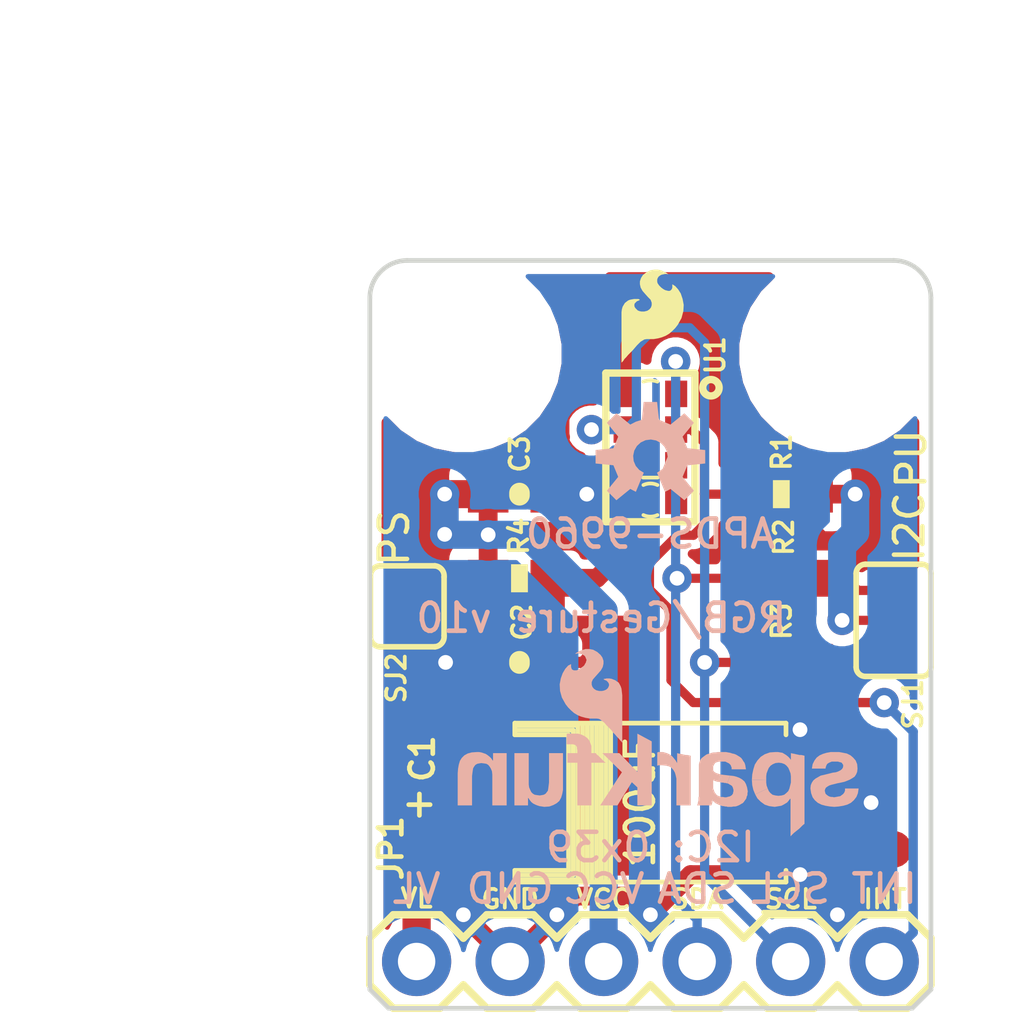
<source format=kicad_pcb>
(kicad_pcb (version 20171130) (host pcbnew 5.1.8-db9833491~88~ubuntu20.04.1)

  (general
    (thickness 1.6)
    (drawings 45)
    (tracks 134)
    (zones 0)
    (modules 18)
    (nets 10)
  )

  (page A4)
  (layers
    (0 Top signal)
    (31 Bottom signal)
    (32 B.Adhes user)
    (33 F.Adhes user)
    (34 B.Paste user)
    (35 F.Paste user)
    (36 B.SilkS user)
    (37 F.SilkS user)
    (38 B.Mask user)
    (39 F.Mask user)
    (40 Dwgs.User user)
    (41 Cmts.User user)
    (42 Eco1.User user)
    (43 Eco2.User user)
    (44 Edge.Cuts user)
    (45 Margin user)
    (46 B.CrtYd user)
    (47 F.CrtYd user)
    (48 B.Fab user)
    (49 F.Fab user)
  )

  (setup
    (last_trace_width 0.25)
    (user_trace_width 0.254)
    (user_trace_width 0.381)
    (user_trace_width 0.508)
    (user_trace_width 0.635)
    (user_trace_width 0.762)
    (trace_clearance 0.2)
    (zone_clearance 0.254)
    (zone_45_only no)
    (trace_min 0.2)
    (via_size 0.8)
    (via_drill 0.4)
    (via_min_size 0.4)
    (via_min_drill 0.3)
    (uvia_size 0.3)
    (uvia_drill 0.1)
    (uvias_allowed no)
    (uvia_min_size 0.2)
    (uvia_min_drill 0.1)
    (edge_width 0.05)
    (segment_width 0.2)
    (pcb_text_width 0.3)
    (pcb_text_size 1.5 1.5)
    (mod_edge_width 0.12)
    (mod_text_size 1 1)
    (mod_text_width 0.15)
    (pad_size 1.524 1.524)
    (pad_drill 0.762)
    (pad_to_mask_clearance 0)
    (aux_axis_origin 0 0)
    (visible_elements FFFFFF7F)
    (pcbplotparams
      (layerselection 0x200fc_ffffffff)
      (usegerberextensions false)
      (usegerberattributes true)
      (usegerberadvancedattributes true)
      (creategerberjobfile false)
      (excludeedgelayer false)
      (linewidth 0.100000)
      (plotframeref true)
      (viasonmask false)
      (mode 1)
      (useauxorigin false)
      (hpglpennumber 1)
      (hpglpenspeed 20)
      (hpglpendiameter 15.000000)
      (psnegative false)
      (psa4output false)
      (plotreference true)
      (plotvalue true)
      (plotinvisibletext false)
      (padsonsilk true)
      (subtractmaskfromsilk true)
      (outputformat 4)
      (mirror false)
      (drillshape 2)
      (scaleselection 1)
      (outputdirectory "PDF/"))
  )

  (net 0 "")
  (net 1 GND)
  (net 2 VCC)
  (net 3 /VL)
  (net 4 /SDA)
  (net 5 /SCL)
  (net 6 /INT)
  (net 7 "Net-(R2-Pad2)")
  (net 8 "Net-(R3-Pad2)")
  (net 9 "Net-(U1-Pad3)")

  (net_class Default "This is the default net class."
    (clearance 0.2)
    (trace_width 0.25)
    (via_dia 0.8)
    (via_drill 0.4)
    (uvia_dia 0.3)
    (uvia_drill 0.1)
    (add_net /INT)
    (add_net /SCL)
    (add_net /SDA)
    (add_net /VL)
    (add_net GND)
    (add_net "Net-(R2-Pad2)")
    (add_net "Net-(R3-Pad2)")
    (add_net "Net-(U1-Pad3)")
    (add_net VCC)
  )

  (module APDS_9960:SJ_2S (layer Top) (tedit 5FDDA544) (tstamp 5FDD9E1D)
    (at 128.016 85.598 90)
    (descr "Small solder jumper with big paste layer so it will short during reflow.")
    (path /CD7571B3)
    (fp_text reference SJ2 (at -2.6924 0 90) (layer F.SilkS)
      (effects (font (size 0.508 0.508) (thickness 0.1016)) (justify left bottom))
    )
    (fp_text value SOLDERJUMPERNC (at -0.0314 0.6489 90) (layer F.Fab)
      (effects (font (size 0.38608 0.38608) (thickness 0.032512)) (justify bottom))
    )
    (fp_arc (start 0.825 -0.725) (end 0.8 -1) (angle 90) (layer F.SilkS) (width 0.1524))
    (fp_arc (start -0.825 -0.725) (end -1.1 -0.75) (angle 90) (layer F.SilkS) (width 0.1524))
    (fp_arc (start -0.825249 0.725299) (end -1.1 0.75) (angle -90.114706) (layer F.SilkS) (width 0.1524))
    (fp_arc (start 0.825 0.725) (end 0.8 1) (angle -90) (layer F.SilkS) (width 0.1524))
    (fp_line (start -0.889 0.762) (end -0.889 -0.762) (layer F.Fab) (width 0.05))
    (fp_line (start 0.889 0.762) (end -0.889 0.762) (layer F.Fab) (width 0.05))
    (fp_line (start 0.889 -0.762) (end 0.889 0.762) (layer F.Fab) (width 0.05))
    (fp_line (start -0.889 -0.762) (end 0.889 -0.762) (layer F.Fab) (width 0.05))
    (fp_line (start -1.143 1.143) (end -1.143 -1.143) (layer F.CrtYd) (width 0.05))
    (fp_line (start 1.143 1.143) (end -1.143 1.143) (layer F.CrtYd) (width 0.05))
    (fp_line (start 1.143 -1.143) (end 1.143 1.143) (layer F.CrtYd) (width 0.05))
    (fp_line (start -1.143 -1.143) (end 1.143 -1.143) (layer F.CrtYd) (width 0.05))
    (fp_poly (pts (xy -1.2192 1.143) (xy 1.2192 1.143) (xy 1.2192 -1.143) (xy -1.2192 -1.143)) (layer F.Paste) (width 0))
    (fp_line (start -0.8 -1) (end 0.8 -1) (layer F.SilkS) (width 0.1524))
    (fp_line (start -1.1 0.75) (end -1.1 -0.75) (layer F.SilkS) (width 0.1524))
    (fp_line (start 1.1 0.75) (end 1.1 -0.75) (layer F.SilkS) (width 0.1524))
    (fp_line (start 0.8 1) (end -0.8 1) (layer F.SilkS) (width 0.1524))
    (fp_line (start -1.143 -1.143) (end 1.143 -1.143) (layer Dwgs.User) (width 0.05))
    (fp_line (start 1.143 -1.143) (end 1.143 1.143) (layer Dwgs.User) (width 0.05))
    (fp_line (start 1.143 1.143) (end -1.143 1.143) (layer Dwgs.User) (width 0.05))
    (fp_line (start -1.143 1.143) (end -1.143 -1.143) (layer Dwgs.User) (width 0.05))
    (pad 1 smd rect (at -0.4119 0 90) (size 0.635 1.27) (layers Top F.Paste F.Mask)
      (net 3 /VL) (solder_mask_margin 0.1016) (clearance 0.0508))
    (pad 2 smd rect (at 0.4119 0 90) (size 0.635 1.27) (layers Top F.Paste F.Mask)
      (net 2 VCC) (solder_mask_margin 0.1016) (clearance 0.0508))
  )

  (module APDS_9960:APDS-9960 (layer Top) (tedit 5FDDA462) (tstamp 5FDB8642)
    (at 134.62 81.28)
    (path /F9562130)
    (fp_text reference U1 (at 2.0574 -1.9304 90) (layer F.SilkS)
      (effects (font (size 0.508 0.508) (thickness 0.1016)) (justify left bottom))
    )
    (fp_text value APDS-9960 (at -0.0011 -2.3236) (layer F.Fab)
      (effects (font (size 0.38608 0.38608) (thickness 0.032512)) (justify bottom))
    )
    (fp_arc (start 0 -1.270001) (end 0.188112 -1.786831) (angle -40) (layer F.SilkS) (width 0.1))
    (fp_arc (start 0 -1.269997) (end -0.188112 -0.753168) (angle -40) (layer F.SilkS) (width 0.1))
    (fp_arc (start 0 1.429999) (end 0.190178 1.022162) (angle -50) (layer F.SilkS) (width 0.1))
    (fp_arc (start 0 1.429999) (end -0.190178 1.837837) (angle -50) (layer F.SilkS) (width 0.1))
    (fp_line (start 1.27 0.762) (end -1.27 0.762) (layer Dwgs.User) (width 0.05))
    (fp_circle (center 0 1.397) (end 0.401609 1.397) (layer Dwgs.User) (width 0.05))
    (fp_circle (center 0 -1.27) (end 0.567961 -1.27) (layer Dwgs.User) (width 0.05))
    (fp_line (start -1.27 2.032) (end -1.27 -2.032) (layer Dwgs.User) (width 0.05))
    (fp_line (start 1.27 2.032) (end -1.27 2.032) (layer Dwgs.User) (width 0.05))
    (fp_line (start 1.27 -2.032) (end 1.27 2.032) (layer Dwgs.User) (width 0.05))
    (fp_line (start -1.27 -2.032) (end 1.27 -2.032) (layer Dwgs.User) (width 0.05))
    (fp_line (start -1.397 2.159) (end -1.397 -2.159) (layer F.CrtYd) (width 0.05))
    (fp_line (start 1.397 2.159) (end -1.397 2.159) (layer F.CrtYd) (width 0.05))
    (fp_line (start 1.397 -2.159) (end 1.397 2.159) (layer F.CrtYd) (width 0.05))
    (fp_line (start -1.397 -2.159) (end 1.397 -2.159) (layer F.CrtYd) (width 0.05))
    (fp_line (start 1.21 -2.02) (end 1.21 2.02) (layer F.SilkS) (width 0.2))
    (fp_line (start -1.21 -2.02) (end -1.21 2.02) (layer F.SilkS) (width 0.2))
    (fp_line (start -1.21 2.02) (end 1.21 2.02) (layer F.SilkS) (width 0.2))
    (fp_line (start -0.2 0.82) (end 0.2 0.82) (layer F.SilkS) (width 0.1))
    (fp_circle (center 1.644 -1.622) (end 1.8671 -1.622) (layer F.SilkS) (width 0.2))
    (fp_line (start -1.21 -2.02) (end 1.21 -2.02) (layer F.SilkS) (width 0.2))
    (fp_circle (center 0 1.43) (end 0.45 1.43) (layer F.Fab) (width 0.05))
    (fp_circle (center 0 -1.27) (end 0.55 -1.27) (layer F.Fab) (width 0.05))
    (fp_line (start -1.18 0.82) (end 1.18 0.82) (layer F.Fab) (width 0.05))
    (fp_line (start -1.18 1.97) (end 1.18 1.97) (layer F.Fab) (width 0.05))
    (fp_line (start -1.18 -1.97) (end 1.18 -1.97) (layer F.Fab) (width 0.05))
    (fp_line (start -1.18 0.82) (end -1.18 1.97) (layer F.Fab) (width 0.05))
    (fp_line (start -1.18 -1.97) (end -1.18 0.82) (layer F.Fab) (width 0.05))
    (fp_line (start 1.18 0.82) (end 1.18 1.97) (layer F.Fab) (width 0.05))
    (fp_line (start 1.18 -1.97) (end 1.18 0.82) (layer F.Fab) (width 0.05))
    (pad 1 smd rect (at 0.7 -1.455) (size 0.6 0.72) (layers Top F.Paste F.Mask)
      (net 4 /SDA) (solder_mask_margin 0.1016))
    (pad 2 smd rect (at 0.7 -0.485) (size 0.6 0.72) (layers Top F.Paste F.Mask)
      (net 6 /INT) (solder_mask_margin 0.1016))
    (pad 3 smd rect (at 0.7 0.485) (size 0.6 0.72) (layers Top F.Paste F.Mask)
      (net 9 "Net-(U1-Pad3)") (solder_mask_margin 0.1016))
    (pad 4 smd rect (at 0.7 1.455) (size 0.6 0.72) (layers Top F.Paste F.Mask)
      (net 9 "Net-(U1-Pad3)") (solder_mask_margin 0.1016))
    (pad 5 smd rect (at -0.7 1.455) (size 0.6 0.72) (layers Top F.Paste F.Mask)
      (net 3 /VL) (solder_mask_margin 0.1016))
    (pad 6 smd rect (at -0.7 0.485) (size 0.6 0.72) (layers Top F.Paste F.Mask)
      (net 1 GND) (solder_mask_margin 0.1016))
    (pad 7 smd rect (at -0.7 -0.485) (size 0.6 0.72) (layers Top F.Paste F.Mask)
      (net 5 /SCL) (solder_mask_margin 0.1016))
    (pad 8 smd rect (at -0.7 -1.455) (size 0.6 0.72) (layers Top F.Paste F.Mask)
      (net 2 VCC) (solder_mask_margin 0.1016))
    (model ${KIPRJMOD}/3D_models/APDS_9970_cp.wrl
      (at (xyz 0 0 0))
      (scale (xyz 1 1 1))
      (rotate (xyz 0 0 0))
    )
  )

  (module APDS_9960:c_2917 (layer Top) (tedit 5FDDA743) (tstamp 5FDB8552)
    (at 134.62 90.932 180)
    (descr "SMT capacitor, 0805")
    (path /051D5E36)
    (attr smd)
    (fp_text reference C1 (at 6.1976 1.1938 90) (layer F.SilkS)
      (effects (font (size 0.635 0.635) (thickness 0.127)))
    )
    (fp_text value 100uF (at 0.2794 0 90) (layer F.SilkS)
      (effects (font (size 0.762 0.762) (thickness 0.127)))
    )
    (fp_text user + (at 4.445 -2.032) (layer F.Fab)
      (effects (font (size 1.016 1.016) (thickness 0.1524)))
    )
    (fp_text user + (at 6.2738 0) (layer F.SilkS)
      (effects (font (size 0.762 0.762) (thickness 0.127)))
    )
    (fp_text user - (at -3.3655 -2.921) (layer F.SilkS)
      (effects (font (size 0.762 0.762) (thickness 0.127)))
    )
    (fp_poly (pts (xy 3.81 2.286) (xy 2.286 2.286) (xy 2.286 -2.286) (xy 3.81 -2.286)) (layer F.Fab) (width 0.1))
    (fp_poly (pts (xy -2.286 2.286) (xy -3.81 2.286) (xy -3.81 -2.286) (xy -2.286 -2.286)) (layer F.Fab) (width 0.1))
    (fp_line (start -3.81 2.286) (end -3.81 -2.286) (layer F.Fab) (width 0.12))
    (fp_line (start 3.81 2.286) (end -3.81 2.286) (layer F.Fab) (width 0.12))
    (fp_line (start 3.81 -2.286) (end 3.81 2.286) (layer F.Fab) (width 0.12))
    (fp_line (start -3.81 -2.286) (end 3.81 -2.286) (layer F.Fab) (width 0.12))
    (fp_line (start -5.715 2.54) (end -5.715 -2.54) (layer Dwgs.User) (width 0.05))
    (fp_line (start 5.715 2.54) (end -5.715 2.54) (layer Dwgs.User) (width 0.05))
    (fp_line (start 5.715 -2.54) (end 5.715 2.54) (layer Dwgs.User) (width 0.05))
    (fp_line (start -5.715 -2.54) (end 5.715 -2.54) (layer Dwgs.User) (width 0.05))
    (fp_line (start 1.0795 -2.0955) (end 1.0795 2.0955) (layer F.SilkS) (width 0.127))
    (fp_line (start 1.2065 -2.0955) (end 1.2065 2.0955) (layer F.SilkS) (width 0.127))
    (fp_line (start 1.3335 -2.0955) (end 1.3335 2.0955) (layer F.SilkS) (width 0.127))
    (fp_line (start 1.4605 2.0955) (end 1.4605 -2.0955) (layer F.SilkS) (width 0.127))
    (fp_line (start 1.5875 -2.0955) (end 1.5875 2.0955) (layer F.SilkS) (width 0.127))
    (fp_line (start 1.7145 2.0955) (end 1.7145 -2.0955) (layer F.SilkS) (width 0.127))
    (fp_line (start 1.8415 -2.0955) (end 1.8415 2.0955) (layer F.SilkS) (width 0.127))
    (fp_line (start 3.6195 -2.0955) (end 1.9685 -2.0955) (layer F.SilkS) (width 0.127))
    (fp_line (start 1.9685 -2.0955) (end 1.9685 2.0955) (layer F.SilkS) (width 0.127))
    (fp_line (start 1.9685 2.0955) (end 3.6195 2.0955) (layer F.SilkS) (width 0.127))
    (fp_line (start 3.683 1.9685) (end 2.0955 1.9685) (layer F.SilkS) (width 0.127))
    (fp_line (start 2.0955 1.9685) (end 2.0955 -1.9685) (layer F.SilkS) (width 0.127))
    (fp_line (start 2.0955 -1.9685) (end 3.6195 -1.9685) (layer F.SilkS) (width 0.127))
    (fp_line (start 3.683 -1.8415) (end 2.2225 -1.8415) (layer F.SilkS) (width 0.127))
    (fp_line (start 2.2225 -1.8415) (end 2.2225 1.8415) (layer F.SilkS) (width 0.127))
    (fp_line (start 2.2225 1.8415) (end 3.683 1.8415) (layer F.SilkS) (width 0.127))
    (fp_line (start -3.683 -1.8415) (end -3.683 -2.159) (layer F.SilkS) (width 0.127))
    (fp_line (start 3.683 1.8415) (end 3.683 2.159) (layer F.SilkS) (width 0.127))
    (fp_line (start 3.683 2.159) (end -3.683 2.159) (layer F.SilkS) (width 0.127))
    (fp_line (start -3.683 2.159) (end -3.683 1.8415) (layer F.SilkS) (width 0.127))
    (fp_line (start -3.683 -2.159) (end 3.683 -2.159) (layer F.SilkS) (width 0.127))
    (fp_line (start 3.683 -2.159) (end 3.683 -1.8415) (layer F.SilkS) (width 0.127))
    (fp_line (start -3.75 -2.25) (end 3.75 -2.25) (layer F.CrtYd) (width 0.05))
    (fp_line (start 3.75 -2.25) (end 3.75 2.25) (layer F.CrtYd) (width 0.05))
    (fp_line (start 3.75 2.25) (end -3.75 2.25) (layer F.CrtYd) (width 0.05))
    (fp_line (start -3.75 2.25) (end -3.75 -2.25) (layer F.CrtYd) (width 0.05))
    (pad 2 smd rect (at -4.064 0 180) (size 3.048 3.048) (layers Top F.Paste F.Mask)
      (net 1 GND))
    (pad 1 smd rect (at 4.064 0 180) (size 3.048 3.048) (layers Top F.Paste F.Mask)
      (net 3 /VL))
    (model ${KIPRJMOD}/3D_models/cap_100uF_T523W107M016APE070.wrl
      (at (xyz 0 0 0))
      (scale (xyz 1 1 1))
      (rotate (xyz 0 0 0))
    )
  )

  (module APDS_9960:0603-CAP (layer Top) (tedit 5FDDA2AF) (tstamp 5FDB9055)
    (at 131.064 87.122 180)
    (path /3B1DFF3D)
    (fp_text reference C2 (at 0.2286 1.0922 270) (layer F.SilkS)
      (effects (font (size 0.508 0.508) (thickness 0.1016)) (justify top))
    )
    (fp_text value 1uF (at 0 0.889 180) (layer F.Fab)
      (effects (font (size 0.38608 0.38608) (thickness 0.032512)) (justify top))
    )
    (fp_line (start -1.5 -0.9) (end 1.5 -0.9) (layer Dwgs.User) (width 0.05))
    (fp_line (start 1.5 -0.9) (end 1.5 0.9) (layer Dwgs.User) (width 0.05))
    (fp_line (start 1.5 0.9) (end -1.5 0.9) (layer Dwgs.User) (width 0.05))
    (fp_line (start -1.5 0.9) (end -1.5 -0.9) (layer Dwgs.User) (width 0.05))
    (fp_line (start -0.356 -0.432) (end 0.356 -0.432) (layer F.Fab) (width 0.1016))
    (fp_line (start -0.356 0.419) (end 0.356 0.419) (layer F.Fab) (width 0.1016))
    (fp_line (start 0 -0.0305) (end 0 0.0305) (layer F.SilkS) (width 0.5588))
    (fp_poly (pts (xy -0.8382 0.4699) (xy -0.3381 0.4699) (xy -0.3381 -0.4801) (xy -0.8382 -0.4801)) (layer F.Fab) (width 0))
    (fp_poly (pts (xy 0.3302 0.4699) (xy 0.8303 0.4699) (xy 0.8303 -0.4801) (xy 0.3302 -0.4801)) (layer F.Fab) (width 0))
    (fp_poly (pts (xy -0.1999 0.3) (xy 0.1999 0.3) (xy 0.1999 -0.3) (xy -0.1999 -0.3)) (layer F.Adhes) (width 0))
    (fp_line (start -1.5 -0.9) (end 1.5 -0.9) (layer F.CrtYd) (width 0.05))
    (fp_line (start 1.5 -0.9) (end 1.5 0.9) (layer F.CrtYd) (width 0.05))
    (fp_line (start 1.5 0.9) (end -1.5 0.9) (layer F.CrtYd) (width 0.05))
    (fp_line (start -1.5 0.9) (end -1.5 -0.9) (layer F.CrtYd) (width 0.05))
    (pad 2 smd rect (at 0.85 0 180) (size 1.1 1) (layers Top F.Paste F.Mask)
      (net 1 GND) (solder_mask_margin 0.1016))
    (pad 1 smd rect (at -0.85 0 180) (size 1.1 1) (layers Top F.Paste F.Mask)
      (net 3 /VL) (solder_mask_margin 0.1016))
    (model ${KIPRJMOD}/3D_models/C_0603_1608Metric.wrl
      (at (xyz 0 0 0))
      (scale (xyz 1 1 1))
      (rotate (xyz 0 0 0))
    )
  )

  (module APDS_9960:0603-CAP (layer Top) (tedit 5FDDA2AF) (tstamp 5FDB8570)
    (at 131.064 82.55)
    (path /58F267C5)
    (fp_text reference C3 (at 0.3048 -1.0922 90) (layer F.SilkS)
      (effects (font (size 0.508 0.508) (thickness 0.1016)) (justify bottom))
    )
    (fp_text value 1uF (at 0.0089 -0.5286) (layer F.Fab)
      (effects (font (size 0.38608 0.38608) (thickness 0.032512)) (justify bottom))
    )
    (fp_line (start -1.5 -0.9) (end 1.5 -0.9) (layer Dwgs.User) (width 0.05))
    (fp_line (start 1.5 -0.9) (end 1.5 0.9) (layer Dwgs.User) (width 0.05))
    (fp_line (start 1.5 0.9) (end -1.5 0.9) (layer Dwgs.User) (width 0.05))
    (fp_line (start -1.5 0.9) (end -1.5 -0.9) (layer Dwgs.User) (width 0.05))
    (fp_line (start -0.356 -0.432) (end 0.356 -0.432) (layer F.Fab) (width 0.1016))
    (fp_line (start -0.356 0.419) (end 0.356 0.419) (layer F.Fab) (width 0.1016))
    (fp_line (start 0 -0.0305) (end 0 0.0305) (layer F.SilkS) (width 0.5588))
    (fp_poly (pts (xy -0.8382 0.4699) (xy -0.3381 0.4699) (xy -0.3381 -0.4801) (xy -0.8382 -0.4801)) (layer F.Fab) (width 0))
    (fp_poly (pts (xy 0.3302 0.4699) (xy 0.8303 0.4699) (xy 0.8303 -0.4801) (xy 0.3302 -0.4801)) (layer F.Fab) (width 0))
    (fp_poly (pts (xy -0.1999 0.3) (xy 0.1999 0.3) (xy 0.1999 -0.3) (xy -0.1999 -0.3)) (layer F.Adhes) (width 0))
    (fp_line (start -1.5 -0.9) (end 1.5 -0.9) (layer F.CrtYd) (width 0.05))
    (fp_line (start 1.5 -0.9) (end 1.5 0.9) (layer F.CrtYd) (width 0.05))
    (fp_line (start 1.5 0.9) (end -1.5 0.9) (layer F.CrtYd) (width 0.05))
    (fp_line (start -1.5 0.9) (end -1.5 -0.9) (layer F.CrtYd) (width 0.05))
    (pad 2 smd rect (at 0.85 0) (size 1.1 1) (layers Top F.Paste F.Mask)
      (net 1 GND) (solder_mask_margin 0.1016))
    (pad 1 smd rect (at -0.85 0) (size 1.1 1) (layers Top F.Paste F.Mask)
      (net 2 VCC) (solder_mask_margin 0.1016))
    (model ${KIPRJMOD}/3D_models/C_0603_1608Metric.wrl
      (at (xyz 0 0 0))
      (scale (xyz 1 1 1))
      (rotate (xyz 0 0 0))
    )
  )

  (module APDS_9960:FIDUCIAL-1X2 (layer Top) (tedit 0) (tstamp 5FDB857F)
    (at 141.224 92.202)
    (path /DB63CB8D)
    (fp_text reference FID1 (at 0 0) (layer F.SilkS) hide
      (effects (font (size 1.27 1.27) (thickness 0.15)))
    )
    (fp_text value FIDUCIAL1X2 (at 0 0) (layer F.SilkS) hide
      (effects (font (size 1.27 1.27) (thickness 0.15)))
    )
    (pad 1 smd roundrect (at 0 0) (size 1 1) (layers Top F.Mask) (roundrect_rratio 0.5)
      (solder_mask_margin 0.1016))
  )

  (module APDS_9960:FIDUCIAL-1X2 (layer Top) (tedit 0) (tstamp 5FDB8583)
    (at 132.842 77.216)
    (path /E067070F)
    (fp_text reference FID2 (at 0 0) (layer F.SilkS) hide
      (effects (font (size 1.27 1.27) (thickness 0.15)))
    )
    (fp_text value FIDUCIAL1X2 (at 0 0) (layer F.SilkS) hide
      (effects (font (size 1.27 1.27) (thickness 0.15)))
    )
    (pad 1 smd roundrect (at 0 0) (size 1 1) (layers Top F.Mask) (roundrect_rratio 0.5)
      (solder_mask_margin 0.1016))
  )

  (module APDS_9960:1X06 (layer Top) (tedit 5FDDA1D2) (tstamp 5FDB858D)
    (at 128.27 95.25)
    (path /2F430EF2)
    (fp_text reference JP1 (at -0.3302 -2.1336 90) (layer F.SilkS)
      (effects (font (size 0.635 0.635) (thickness 0.127)) (justify left bottom))
    )
    (fp_text value M06SIP (at -0.762 -2.54) (layer F.Fab) hide
      (effects (font (size 0.762 0.762) (thickness 0.127)) (justify left bottom))
    )
    (fp_line (start 1.27 -1.27) (end 1.27 1.27) (layer F.Fab) (width 0.05))
    (fp_line (start -1.27 1.27) (end -1.27 -1.27) (layer F.Fab) (width 0.05))
    (fp_line (start 13.97 1.27) (end -1.27 1.27) (layer F.Fab) (width 0.05))
    (fp_line (start 13.97 -1.27) (end 13.97 1.27) (layer F.Fab) (width 0.05))
    (fp_line (start -1.27 -1.27) (end 13.97 -1.27) (layer F.Fab) (width 0.05))
    (fp_line (start 1.27 -1.27) (end 1.27 1.27) (layer Dwgs.User) (width 0.05))
    (fp_line (start -1.27 1.27) (end -1.27 -1.27) (layer Dwgs.User) (width 0.05))
    (fp_line (start 13.97 1.27) (end -1.27 1.27) (layer Dwgs.User) (width 0.05))
    (fp_line (start 13.97 -1.27) (end 13.97 1.27) (layer Dwgs.User) (width 0.05))
    (fp_line (start -1.27 -1.27) (end 13.97 -1.27) (layer Dwgs.User) (width 0.05))
    (fp_line (start 13.97 -0.635) (end 13.97 0.635) (layer F.SilkS) (width 0.2032))
    (fp_line (start 0.635 1.27) (end -0.635 1.27) (layer F.SilkS) (width 0.2032))
    (fp_line (start -1.27 0.635) (end -0.635 1.27) (layer F.SilkS) (width 0.2032))
    (fp_line (start 1.905 1.27) (end 1.27 0.635) (layer F.SilkS) (width 0.2032))
    (fp_line (start 3.175 1.27) (end 1.905 1.27) (layer F.SilkS) (width 0.2032))
    (fp_line (start 3.81 0.635) (end 3.175 1.27) (layer F.SilkS) (width 0.2032))
    (fp_line (start 1.27 0.635) (end 0.635 1.27) (layer F.SilkS) (width 0.2032))
    (fp_line (start 8.255 1.27) (end 6.985 1.27) (layer F.SilkS) (width 0.2032))
    (fp_line (start 6.35 0.635) (end 6.985 1.27) (layer F.SilkS) (width 0.2032))
    (fp_line (start 4.445 1.27) (end 3.81 0.635) (layer F.SilkS) (width 0.2032))
    (fp_line (start 5.715 1.27) (end 4.445 1.27) (layer F.SilkS) (width 0.2032))
    (fp_line (start 6.35 0.635) (end 5.715 1.27) (layer F.SilkS) (width 0.2032))
    (fp_line (start 9.525 1.27) (end 8.89 0.635) (layer F.SilkS) (width 0.2032))
    (fp_line (start 10.795 1.27) (end 9.525 1.27) (layer F.SilkS) (width 0.2032))
    (fp_line (start 11.43 0.635) (end 10.795 1.27) (layer F.SilkS) (width 0.2032))
    (fp_line (start 8.89 0.635) (end 8.255 1.27) (layer F.SilkS) (width 0.2032))
    (fp_line (start 12.065 1.27) (end 11.43 0.635) (layer F.SilkS) (width 0.2032))
    (fp_line (start 13.335 1.27) (end 12.065 1.27) (layer F.SilkS) (width 0.2032))
    (fp_line (start 13.97 0.635) (end 13.335 1.27) (layer F.SilkS) (width 0.2032))
    (fp_line (start -0.635 -1.27) (end -1.27 -0.635) (layer F.SilkS) (width 0.2032))
    (fp_line (start -1.27 -0.635) (end -1.27 0.635) (layer F.SilkS) (width 0.2032))
    (fp_line (start 3.175 -1.27) (end 3.81 -0.635) (layer F.SilkS) (width 0.2032))
    (fp_line (start 1.905 -1.27) (end 3.175 -1.27) (layer F.SilkS) (width 0.2032))
    (fp_line (start 1.27 -0.635) (end 1.905 -1.27) (layer F.SilkS) (width 0.2032))
    (fp_line (start 0.635 -1.27) (end 1.27 -0.635) (layer F.SilkS) (width 0.2032))
    (fp_line (start -0.635 -1.27) (end 0.635 -1.27) (layer F.SilkS) (width 0.2032))
    (fp_line (start 6.985 -1.27) (end 6.35 -0.635) (layer F.SilkS) (width 0.2032))
    (fp_line (start 5.715 -1.27) (end 6.35 -0.635) (layer F.SilkS) (width 0.2032))
    (fp_line (start 4.445 -1.27) (end 5.715 -1.27) (layer F.SilkS) (width 0.2032))
    (fp_line (start 3.81 -0.635) (end 4.445 -1.27) (layer F.SilkS) (width 0.2032))
    (fp_line (start 10.795 -1.27) (end 11.43 -0.635) (layer F.SilkS) (width 0.2032))
    (fp_line (start 9.525 -1.27) (end 10.795 -1.27) (layer F.SilkS) (width 0.2032))
    (fp_line (start 8.89 -0.635) (end 9.525 -1.27) (layer F.SilkS) (width 0.2032))
    (fp_line (start 8.255 -1.27) (end 8.89 -0.635) (layer F.SilkS) (width 0.2032))
    (fp_line (start 6.985 -1.27) (end 8.255 -1.27) (layer F.SilkS) (width 0.2032))
    (fp_line (start 13.335 -1.27) (end 13.97 -0.635) (layer F.SilkS) (width 0.2032))
    (fp_line (start 12.065 -1.27) (end 13.335 -1.27) (layer F.SilkS) (width 0.2032))
    (fp_line (start 11.43 -0.635) (end 12.065 -1.27) (layer F.SilkS) (width 0.2032))
    (fp_poly (pts (xy -0.254 0.254) (xy 0.254 0.254) (xy 0.254 -0.254) (xy -0.254 -0.254)) (layer F.Fab) (width 0))
    (fp_poly (pts (xy 2.286 0.254) (xy 2.794 0.254) (xy 2.794 -0.254) (xy 2.286 -0.254)) (layer F.Fab) (width 0))
    (fp_poly (pts (xy 4.826 0.254) (xy 5.334 0.254) (xy 5.334 -0.254) (xy 4.826 -0.254)) (layer F.Fab) (width 0))
    (fp_poly (pts (xy 7.366 0.254) (xy 7.874 0.254) (xy 7.874 -0.254) (xy 7.366 -0.254)) (layer F.Fab) (width 0))
    (fp_poly (pts (xy 9.906 0.254) (xy 10.414 0.254) (xy 10.414 -0.254) (xy 9.906 -0.254)) (layer F.Fab) (width 0))
    (fp_poly (pts (xy 12.446 0.254) (xy 12.954 0.254) (xy 12.954 -0.254) (xy 12.446 -0.254)) (layer F.Fab) (width 0))
    (fp_line (start -1.27 -1.27) (end 13.97 -1.27) (layer F.CrtYd) (width 0.05))
    (fp_line (start 13.97 -1.27) (end 13.97 1.27) (layer F.CrtYd) (width 0.05))
    (fp_line (start 13.97 1.27) (end -1.27 1.27) (layer F.CrtYd) (width 0.05))
    (fp_line (start -1.27 1.27) (end -1.27 -1.27) (layer F.CrtYd) (width 0.05))
    (pad 6 thru_hole circle (at 12.7 0 90) (size 1.8796 1.8796) (drill 1.016) (layers *.Cu *.Mask)
      (net 6 /INT) (solder_mask_margin 0.1016))
    (pad 5 thru_hole circle (at 10.16 0 90) (size 1.8796 1.8796) (drill 1.016) (layers *.Cu *.Mask)
      (net 5 /SCL) (solder_mask_margin 0.1016))
    (pad 4 thru_hole circle (at 7.62 0 90) (size 1.8796 1.8796) (drill 1.016) (layers *.Cu *.Mask)
      (net 4 /SDA) (solder_mask_margin 0.1016))
    (pad 3 thru_hole circle (at 5.08 0 90) (size 1.8796 1.8796) (drill 1.016) (layers *.Cu *.Mask)
      (net 2 VCC) (solder_mask_margin 0.1016))
    (pad 2 thru_hole circle (at 2.54 0 90) (size 1.8796 1.8796) (drill 1.016) (layers *.Cu *.Mask)
      (net 1 GND) (solder_mask_margin 0.1016))
    (pad 1 thru_hole circle (at 0 0 90) (size 1.8796 1.8796) (drill 1.016) (layers *.Cu *.Mask)
      (net 3 /VL) (solder_mask_margin 0.1016))
  )

  (module APDS_9960:SFE_LOGO_NAME_FLAME_.1 (layer Bottom) (tedit 0) (tstamp 5FDB85C2)
    (at 140.716 91.948 180)
    (path /8712EDD9)
    (fp_text reference LOGO1 (at 0 0) (layer B.SilkS) hide
      (effects (font (size 1.27 1.27) (thickness 0.15)) (justify mirror))
    )
    (fp_text value SFE_LOGO_FLAME.1_INCH (at 0 0) (layer B.SilkS) hide
      (effects (font (size 1.27 1.27) (thickness 0.15)) (justify mirror))
    )
    (fp_poly (pts (xy 8.25 4.78) (xy 8.25 4.76) (xy 8.25 4.73) (xy 8.25 4.7)
      (xy 8.24 4.67) (xy 8.23 4.64) (xy 8.2 4.62) (xy 8.17 4.61)
      (xy 8.14 4.61) (xy 8.1 4.61) (xy 8.06 4.63) (xy 8.02 4.65)
      (xy 7.99 4.67) (xy 7.95 4.7) (xy 7.92 4.72) (xy 7.89 4.75)
      (xy 7.87 4.79) (xy 7.85 4.82) (xy 7.84 4.86) (xy 7.83 4.89)
      (xy 7.84 4.92) (xy 7.85 4.94) (xy 7.86 4.97) (xy 7.88 5)
      (xy 7.92 5.03) (xy 7.96 5.05) (xy 8.01 5.06) (xy 8.05 5.07)
      (xy 8.08 5.07) (xy 8.11 5.06) (xy 8.13 5.06) (xy 8.14 5.06)
      (xy 8.13 5.07) (xy 8.09 5.1) (xy 8.03 5.13) (xy 7.95 5.16)
      (xy 7.86 5.19) (xy 7.76 5.19) (xy 7.65 5.17) (xy 7.54 5.11)
      (xy 7.45 5.03) (xy 7.4 4.96) (xy 7.37 4.87) (xy 7.37 4.79)
      (xy 7.39 4.7) (xy 7.44 4.61) (xy 7.51 4.53) (xy 7.59 4.44)
      (xy 7.66 4.36) (xy 7.69 4.29) (xy 7.69 4.22) (xy 7.67 4.16)
      (xy 7.63 4.11) (xy 7.57 4.07) (xy 7.49 4.05) (xy 7.41 4.05)
      (xy 7.36 4.06) (xy 7.31 4.08) (xy 7.28 4.1) (xy 7.25 4.13)
      (xy 7.23 4.17) (xy 7.22 4.2) (xy 7.22 4.23) (xy 7.23 4.26)
      (xy 7.25 4.29) (xy 7.27 4.31) (xy 7.29 4.33) (xy 7.32 4.34)
      (xy 7.34 4.35) (xy 7.36 4.36) (xy 7.37 4.37) (xy 7.35 4.38)
      (xy 7.33 4.38) (xy 7.29 4.39) (xy 7.25 4.39) (xy 7.21 4.39)
      (xy 7.15 4.38) (xy 7.1 4.36) (xy 7.05 4.34) (xy 7.01 4.31)
      (xy 6.96 4.28) (xy 6.93 4.23) (xy 6.9 4.17) (xy 6.88 4.11)
      (xy 6.87 4.02) (xy 6.86 3.93) (xy 6.86 3.77) (xy 6.86 3.61)
      (xy 6.86 3.45) (xy 6.86 3.29) (xy 6.86 3.13) (xy 6.86 2.97)
      (xy 6.86 2.81) (xy 6.86 2.65) (xy 6.87 2.65) (xy 6.89 2.68)
      (xy 6.92 2.71) (xy 6.95 2.75) (xy 7 2.8) (xy 7.05 2.86)
      (xy 7.11 2.92) (xy 7.16 2.99) (xy 7.23 3.06) (xy 7.29 3.12)
      (xy 7.34 3.18) (xy 7.39 3.22) (xy 7.44 3.26) (xy 7.49 3.29)
      (xy 7.55 3.3) (xy 7.62 3.3) (xy 7.74 3.3) (xy 7.86 3.32)
      (xy 7.97 3.35) (xy 8.07 3.39) (xy 8.17 3.45) (xy 8.25 3.52)
      (xy 8.33 3.6) (xy 8.4 3.69) (xy 8.5 3.87) (xy 8.55 4.05)
      (xy 8.56 4.23) (xy 8.53 4.39) (xy 8.48 4.53) (xy 8.41 4.65)
      (xy 8.33 4.74)) (layer B.SilkS) (width 0))
    (fp_poly (pts (xy 10 2.36) (xy 10.05 2.36) (xy 10.1 2.36) (xy 10.14 2.36)
      (xy 10.19 2.36) (xy 10.23 2.36) (xy 10.28 2.36) (xy 10.33 2.36)
      (xy 10.37 2.36) (xy 10.37 2.33) (xy 10.37 2.31) (xy 10.37 2.28)
      (xy 10.37 2.26) (xy 10.37 2.23) (xy 10.37 2.21) (xy 10.37 2.18)
      (xy 10.37 2.16) (xy 10.38 2.16) (xy 10.42 2.22) (xy 10.46 2.26)
      (xy 10.51 2.3) (xy 10.57 2.34) (xy 10.63 2.36) (xy 10.69 2.38)
      (xy 10.75 2.39) (xy 10.81 2.39) (xy 10.95 2.38) (xy 11.06 2.35)
      (xy 11.15 2.3) (xy 11.22 2.23) (xy 11.27 2.15) (xy 11.3 2.05)
      (xy 11.32 1.94) (xy 11.33 1.81) (xy 11.33 1.7) (xy 11.33 1.59)
      (xy 11.33 1.49) (xy 11.33 1.38) (xy 11.33 1.27) (xy 11.33 1.16)
      (xy 11.33 1.05) (xy 11.33 0.94) (xy 11.28 0.94) (xy 11.23 0.94)
      (xy 11.18 0.94) (xy 11.13 0.94) (xy 11.08 0.94) (xy 11.03 0.94)
      (xy 10.99 0.94) (xy 10.94 0.94) (xy 10.94 1.04) (xy 10.94 1.14)
      (xy 10.94 1.24) (xy 10.94 1.34) (xy 10.94 1.44) (xy 10.94 1.54)
      (xy 10.94 1.64) (xy 10.94 1.74) (xy 10.93 1.82) (xy 10.92 1.89)
      (xy 10.91 1.95) (xy 10.88 2) (xy 10.85 2.04) (xy 10.8 2.07)
      (xy 10.75 2.08) (xy 10.69 2.09) (xy 10.61 2.08) (xy 10.55 2.07)
      (xy 10.5 2.04) (xy 10.46 1.99) (xy 10.43 1.94) (xy 10.4 1.87)
      (xy 10.39 1.78) (xy 10.39 1.68) (xy 10.39 1.59) (xy 10.39 1.5)
      (xy 10.39 1.41) (xy 10.39 1.31) (xy 10.39 1.22) (xy 10.39 1.13)
      (xy 10.39 1.03) (xy 10.39 0.94) (xy 10.34 0.94) (xy 10.29 0.94)
      (xy 10.24 0.94) (xy 10.19 0.94) (xy 10.14 0.94) (xy 10.1 0.94)
      (xy 10.05 0.94) (xy 10 0.94) (xy 10 1.12) (xy 10 1.3)
      (xy 10 1.47) (xy 10 1.65) (xy 10 1.83) (xy 10 2)
      (xy 10 2.18)) (layer B.SilkS) (width 0))
    (fp_poly (pts (xy 9.79 0.94) (xy 9.74 0.94) (xy 9.7 0.94) (xy 9.65 0.94)
      (xy 9.6 0.94) (xy 9.56 0.94) (xy 9.51 0.94) (xy 9.47 0.94)
      (xy 9.42 0.94) (xy 9.42 0.97) (xy 9.42 0.99) (xy 9.42 1.02)
      (xy 9.42 1.04) (xy 9.42 1.06) (xy 9.42 1.09) (xy 9.42 1.11)
      (xy 9.42 1.14) (xy 9.41 1.14) (xy 9.37 1.08) (xy 9.33 1.03)
      (xy 9.28 0.99) (xy 9.22 0.96) (xy 9.17 0.94) (xy 9.11 0.92)
      (xy 9.04 0.91) (xy 8.98 0.9) (xy 8.84 0.91) (xy 8.73 0.95)
      (xy 8.64 1) (xy 8.57 1.06) (xy 8.52 1.15) (xy 8.49 1.25)
      (xy 8.47 1.36) (xy 8.47 1.49) (xy 8.47 1.59) (xy 8.47 1.7)
      (xy 8.47 1.81) (xy 8.47 1.92) (xy 8.47 2.03) (xy 8.47 2.14)
      (xy 8.47 2.25) (xy 8.47 2.36) (xy 8.51 2.36) (xy 8.56 2.36)
      (xy 8.61 2.36) (xy 8.66 2.36) (xy 8.71 2.36) (xy 8.76 2.36)
      (xy 8.81 2.36) (xy 8.85 2.36) (xy 8.85 2.26) (xy 8.85 2.16)
      (xy 8.85 2.06) (xy 8.85 1.96) (xy 8.85 1.86) (xy 8.85 1.76)
      (xy 8.85 1.66) (xy 8.85 1.56) (xy 8.86 1.48) (xy 8.87 1.4)
      (xy 8.88 1.34) (xy 8.91 1.3) (xy 8.94 1.26) (xy 8.99 1.23)
      (xy 9.04 1.22) (xy 9.1 1.21) (xy 9.18 1.22) (xy 9.24 1.23)
      (xy 9.29 1.26) (xy 9.33 1.3) (xy 9.36 1.36) (xy 9.39 1.43)
      (xy 9.4 1.51) (xy 9.4 1.61) (xy 9.4 1.71) (xy 9.4 1.8)
      (xy 9.4 1.89) (xy 9.4 1.98) (xy 9.4 2.08) (xy 9.4 2.17)
      (xy 9.4 2.26) (xy 9.4 2.36) (xy 9.45 2.36) (xy 9.5 2.36)
      (xy 9.55 2.36) (xy 9.6 2.36) (xy 9.65 2.36) (xy 9.7 2.36)
      (xy 9.74 2.36) (xy 9.79 2.36) (xy 9.79 2.18) (xy 9.79 2)
      (xy 9.79 1.83) (xy 9.79 1.65) (xy 9.79 1.47) (xy 9.79 1.29)
      (xy 9.79 1.12)) (layer B.SilkS) (width 0))
    (fp_poly (pts (xy 7.7 2.1) (xy 7.65 2.1) (xy 7.6 2.1) (xy 7.55 2.1)
      (xy 7.51 2.1) (xy 7.46 2.1) (xy 7.41 2.1) (xy 7.36 2.1)
      (xy 7.31 2.1) (xy 7.35 2.13) (xy 7.38 2.16) (xy 7.41 2.19)
      (xy 7.45 2.23) (xy 7.48 2.26) (xy 7.51 2.29) (xy 7.55 2.32)
      (xy 7.58 2.36) (xy 7.59 2.36) (xy 7.61 2.36) (xy 7.62 2.36)
      (xy 7.64 2.36) (xy 7.65 2.36) (xy 7.67 2.36) (xy 7.68 2.36)
      (xy 7.7 2.36) (xy 7.7 2.37) (xy 7.7 2.38) (xy 7.7 2.4)
      (xy 7.7 2.41) (xy 7.7 2.42) (xy 7.7 2.44) (xy 7.7 2.45)
      (xy 7.7 2.46) (xy 7.7 2.56) (xy 7.73 2.64) (xy 7.76 2.71)
      (xy 7.81 2.77) (xy 7.88 2.82) (xy 7.96 2.86) (xy 8.06 2.89)
      (xy 8.17 2.89) (xy 8.2 2.89) (xy 8.22 2.89) (xy 8.25 2.89)
      (xy 8.27 2.89) (xy 8.3 2.89) (xy 8.32 2.89) (xy 8.35 2.89)
      (xy 8.37 2.88) (xy 8.37 2.85) (xy 8.37 2.81) (xy 8.37 2.78)
      (xy 8.37 2.74) (xy 8.37 2.7) (xy 8.37 2.67) (xy 8.37 2.63)
      (xy 8.37 2.6) (xy 8.36 2.6) (xy 8.34 2.6) (xy 8.32 2.6)
      (xy 8.3 2.6) (xy 8.29 2.6) (xy 8.27 2.6) (xy 8.25 2.6)
      (xy 8.23 2.6) (xy 8.2 2.6) (xy 8.16 2.59) (xy 8.14 2.58)
      (xy 8.12 2.57) (xy 8.1 2.54) (xy 8.09 2.52) (xy 8.09 2.48)
      (xy 8.08 2.44) (xy 8.08 2.43) (xy 8.08 2.42) (xy 8.08 2.41)
      (xy 8.08 2.4) (xy 8.08 2.39) (xy 8.08 2.38) (xy 8.08 2.37)
      (xy 8.08 2.36) (xy 8.12 2.36) (xy 8.15 2.36) (xy 8.19 2.36)
      (xy 8.22 2.36) (xy 8.25 2.36) (xy 8.29 2.36) (xy 8.32 2.36)
      (xy 8.35 2.36) (xy 8.35 2.32) (xy 8.35 2.29) (xy 8.35 2.26)
      (xy 8.35 2.23) (xy 8.35 2.19) (xy 8.35 2.16) (xy 8.35 2.13)
      (xy 8.35 2.1) (xy 8.32 2.1) (xy 8.29 2.1) (xy 8.25 2.1)
      (xy 8.22 2.1) (xy 8.19 2.1) (xy 8.15 2.1) (xy 8.12 2.1)
      (xy 8.08 2.1) (xy 8.08 1.95) (xy 8.08 1.81) (xy 8.08 1.66)
      (xy 8.08 1.52) (xy 8.08 1.37) (xy 8.08 1.23) (xy 8.08 1.09)
      (xy 8.08 0.94) (xy 8.04 0.94) (xy 7.99 0.94) (xy 7.94 0.94)
      (xy 7.89 0.94) (xy 7.84 0.94) (xy 7.79 0.94) (xy 7.74 0.94)
      (xy 7.7 0.94) (xy 7.7 1.09) (xy 7.7 1.23) (xy 7.7 1.37)
      (xy 7.7 1.52) (xy 7.7 1.66) (xy 7.7 1.81) (xy 7.7 1.95)) (layer B.SilkS) (width 0))
    (fp_poly (pts (xy 6.06 2.68) (xy 6.45 2.89) (xy 6.45 1.85) (xy 6.94 2.36)
      (xy 7.4 2.36) (xy 6.87 1.84) (xy 7.46 0.94) (xy 6.99 0.94)
      (xy 6.6 1.57) (xy 6.45 1.43) (xy 6.45 0.94) (xy 6.06 0.94)) (layer B.SilkS) (width 0))
    (fp_poly (pts (xy 5 2.29) (xy 5.05 2.3) (xy 5.09 2.31) (xy 5.14 2.31)
      (xy 5.19 2.32) (xy 5.23 2.33) (xy 5.28 2.34) (xy 5.33 2.35)
      (xy 5.37 2.36) (xy 5.37 2.32) (xy 5.37 2.29) (xy 5.37 2.26)
      (xy 5.37 2.22) (xy 5.37 2.19) (xy 5.37 2.16) (xy 5.37 2.13)
      (xy 5.37 2.09) (xy 5.41 2.16) (xy 5.45 2.21) (xy 5.5 2.27)
      (xy 5.55 2.31) (xy 5.62 2.35) (xy 5.68 2.37) (xy 5.75 2.39)
      (xy 5.83 2.39) (xy 5.84 2.39) (xy 5.85 2.39) (xy 5.86 2.39)
      (xy 5.87 2.39) (xy 5.88 2.39) (xy 5.89 2.39) (xy 5.9 2.38)
      (xy 5.91 2.38) (xy 5.91 2.33) (xy 5.91 2.29) (xy 5.91 2.24)
      (xy 5.91 2.2) (xy 5.91 2.15) (xy 5.91 2.11) (xy 5.91 2.06)
      (xy 5.91 2.02) (xy 5.9 2.02) (xy 5.88 2.03) (xy 5.86 2.03)
      (xy 5.84 2.03) (xy 5.83 2.03) (xy 5.81 2.03) (xy 5.79 2.03)
      (xy 5.77 2.03) (xy 5.67 2.02) (xy 5.59 2) (xy 5.52 1.96)
      (xy 5.47 1.9) (xy 5.43 1.83) (xy 5.41 1.76) (xy 5.39 1.67)
      (xy 5.39 1.58) (xy 5.39 1.5) (xy 5.39 1.42) (xy 5.39 1.34)
      (xy 5.39 1.26) (xy 5.39 1.18) (xy 5.39 1.1) (xy 5.39 1.02)
      (xy 5.39 0.94) (xy 5.34 0.94) (xy 5.29 0.94) (xy 5.24 0.94)
      (xy 5.19 0.94) (xy 5.14 0.94) (xy 5.1 0.94) (xy 5.05 0.94)
      (xy 5 0.94) (xy 5 1.11) (xy 5 1.28) (xy 5 1.45)
      (xy 5 1.62) (xy 5 1.78) (xy 5 1.95) (xy 5 2.12)) (layer B.SilkS) (width 0))
    (fp_poly (pts (xy 4.01 1.54) (xy 3.98 1.53) (xy 3.96 1.52) (xy 3.95 1.51)
      (xy 3.93 1.5) (xy 3.91 1.49) (xy 3.9 1.48) (xy 3.88 1.47)
      (xy 3.87 1.45) (xy 3.86 1.43) (xy 3.85 1.41) (xy 3.85 1.39)
      (xy 3.84 1.37) (xy 3.84 1.34) (xy 3.84 1.32) (xy 3.85 1.29)
      (xy 3.85 1.27) (xy 3.86 1.25) (xy 3.87 1.24) (xy 3.88 1.22)
      (xy 3.9 1.21) (xy 3.91 1.2) (xy 3.93 1.19) (xy 3.95 1.18)
      (xy 3.97 1.18) (xy 3.99 1.17) (xy 4.01 1.17) (xy 4.03 1.16)
      (xy 4.06 1.16) (xy 4.08 1.16) (xy 4.13 1.17) (xy 4.18 1.17)
      (xy 4.22 1.19) (xy 4.26 1.2) (xy 4.29 1.22) (xy 4.31 1.24)
      (xy 4.33 1.27) (xy 4.35 1.29) (xy 4.36 1.32) (xy 4.37 1.35)
      (xy 4.38 1.37) (xy 4.39 1.4) (xy 4.39 1.43) (xy 4.39 1.45)
      (xy 4.39 1.47) (xy 4.39 1.49) (xy 4.39 1.5) (xy 4.39 1.51)
      (xy 4.39 1.52) (xy 4.39 1.53) (xy 4.39 1.54) (xy 4.39 1.55)
      (xy 4.39 1.56) (xy 4.39 1.57) (xy 4.39 1.58) (xy 4.39 1.59)
      (xy 4.39 1.6) (xy 4.39 1.61) (xy 4.39 1.62) (xy 4.39 1.63)
      (xy 4.38 1.62) (xy 4.37 1.61) (xy 4.35 1.61) (xy 4.33 1.6)
      (xy 4.31 1.59) (xy 4.29 1.59) (xy 4.27 1.58) (xy 4.25 1.58)
      (xy 4.23 1.58) (xy 4.18 1.78) (xy 4.25 1.8) (xy 4.31 1.82)
      (xy 4.36 1.85) (xy 4.39 1.89) (xy 4.39 1.94) (xy 4.39 1.97)
      (xy 4.39 2) (xy 4.38 2.02) (xy 4.37 2.04) (xy 4.36 2.06)
      (xy 4.35 2.07) (xy 4.34 2.09) (xy 4.32 2.1) (xy 4.3 2.11)
      (xy 4.28 2.12) (xy 4.26 2.12) (xy 4.24 2.13) (xy 4.22 2.13)
      (xy 4.19 2.13) (xy 4.17 2.13) (xy 4.14 2.13) (xy 4.12 2.13)
      (xy 4.09 2.13) (xy 4.06 2.13) (xy 4.04 2.12) (xy 4.02 2.11)
      (xy 4 2.1) (xy 3.98 2.09) (xy 3.96 2.08) (xy 3.95 2.07)
      (xy 3.93 2.05) (xy 3.92 2.04) (xy 3.91 2.02) (xy 3.9 1.99)
      (xy 3.89 1.97) (xy 3.89 1.95) (xy 3.89 1.92) (xy 3.86 1.92)
      (xy 3.84 1.92) (xy 3.81 1.92) (xy 3.79 1.92) (xy 3.76 1.92)
      (xy 3.74 1.92) (xy 3.72 1.92) (xy 3.69 1.92) (xy 3.67 1.92)
      (xy 3.64 1.92) (xy 3.62 1.92) (xy 3.59 1.92) (xy 3.57 1.92)
      (xy 3.55 1.92) (xy 3.52 1.92) (xy 3.5 1.92) (xy 3.51 1.98)
      (xy 3.52 2.04) (xy 3.54 2.1) (xy 3.57 2.14) (xy 3.6 2.19)
      (xy 3.63 2.23) (xy 3.67 2.26) (xy 3.72 2.29) (xy 3.77 2.32)
      (xy 3.82 2.34) (xy 3.87 2.35) (xy 3.93 2.37) (xy 3.99 2.38)
      (xy 4.04 2.39) (xy 4.1 2.39) (xy 4.16 2.39) (xy 4.22 2.39)
      (xy 4.27 2.39) (xy 4.32 2.38) (xy 4.38 2.38) (xy 4.43 2.37)
      (xy 4.48 2.35) (xy 4.53 2.34) (xy 4.58 2.32) (xy 4.62 2.29)
      (xy 4.66 2.26) (xy 4.7 2.23) (xy 4.73 2.19) (xy 4.75 2.15)
      (xy 4.77 2.1) (xy 4.78 2.05) (xy 4.78 1.99) (xy 4.78 1.94)
      (xy 4.78 1.9) (xy 4.78 1.85) (xy 4.78 1.8) (xy 4.78 1.76)
      (xy 4.78 1.71) (xy 4.78 1.67) (xy 4.78 1.62) (xy 4.78 1.57)
      (xy 4.78 1.53) (xy 4.78 1.48) (xy 4.78 1.44) (xy 4.78 1.39)
      (xy 4.78 1.34) (xy 4.78 1.3) (xy 4.78 1.25) (xy 4.78 1.23)
      (xy 4.78 1.2) (xy 4.78 1.18) (xy 4.79 1.16) (xy 4.79 1.13)
      (xy 4.79 1.11) (xy 4.79 1.09) (xy 4.79 1.07) (xy 4.8 1.05)
      (xy 4.8 1.03) (xy 4.81 1.01) (xy 4.81 0.99) (xy 4.81 0.98)
      (xy 4.82 0.96) (xy 4.83 0.95) (xy 4.83 0.94) (xy 4.81 0.94)
      (xy 4.78 0.94) (xy 4.76 0.94) (xy 4.73 0.94) (xy 4.71 0.94)
      (xy 4.68 0.94) (xy 4.66 0.94) (xy 4.64 0.94) (xy 4.61 0.94)
      (xy 4.59 0.94) (xy 4.56 0.94) (xy 4.54 0.94) (xy 4.51 0.94)
      (xy 4.49 0.94) (xy 4.46 0.94) (xy 4.44 0.94) (xy 4.44 0.95)
      (xy 4.43 0.96) (xy 4.43 0.97) (xy 4.42 0.98) (xy 4.42 0.99)
      (xy 4.42 1) (xy 4.42 1.01) (xy 4.41 1.02) (xy 4.41 1.03)
      (xy 4.41 1.04) (xy 4.41 1.05) (xy 4.41 1.06) (xy 4.41 1.07)
      (xy 4.41 1.08) (xy 4.39 1.05) (xy 4.36 1.03) (xy 4.34 1.01)
      (xy 4.31 0.99) (xy 4.28 0.98) (xy 4.25 0.96) (xy 4.22 0.95)
      (xy 4.19 0.94) (xy 4.16 0.93) (xy 4.13 0.92) (xy 4.1 0.92)
      (xy 4.07 0.91) (xy 4.03 0.91) (xy 4 0.9) (xy 3.97 0.9)
      (xy 3.94 0.9) (xy 3.89 0.9) (xy 3.84 0.91) (xy 3.79 0.91)
      (xy 3.75 0.92) (xy 3.7 0.94) (xy 3.66 0.96) (xy 3.63 0.98)
      (xy 3.59 1) (xy 3.56 1.03) (xy 3.54 1.06) (xy 3.51 1.1)
      (xy 3.49 1.13) (xy 3.48 1.18) (xy 3.46 1.22) (xy 3.46 1.27)
      (xy 3.45 1.32) (xy 3.47 1.43) (xy 3.5 1.52) (xy 3.54 1.59)
      (xy 3.61 1.65) (xy 3.68 1.69) (xy 3.76 1.72) (xy 3.84 1.74)
      (xy 3.93 1.75)) (layer B.SilkS) (width 0))
    (fp_poly (pts (xy 3.93 1.75) (xy 4.02 1.76) (xy 4.11 1.77) (xy 4.18 1.78)
      (xy 4.23 1.58) (xy 4.21 1.57) (xy 4.19 1.57) (xy 4.16 1.56)
      (xy 4.14 1.56) (xy 4.12 1.56) (xy 4.09 1.55) (xy 4.07 1.55)
      (xy 4.05 1.55) (xy 4.03 1.54) (xy 4.01 1.54)) (layer B.SilkS) (width 0))
    (fp_poly (pts (xy 3.25 1.24) (xy 3.19 1.13) (xy 3.1 1.04) (xy 2.99 0.96)
      (xy 2.87 0.92) (xy 2.72 0.9) (xy 2.66 0.91) (xy 2.6 0.92)
      (xy 2.54 0.93) (xy 2.48 0.96) (xy 2.43 0.99) (xy 2.38 1.02)
      (xy 2.34 1.07) (xy 2.3 1.12) (xy 2.29 1.12) (xy 2.29 0.99)
      (xy 2.29 0.86) (xy 2.29 0.74) (xy 2.29 0.61) (xy 2.29 0.48)
      (xy 2.29 0.35) (xy 2.29 0.23) (xy 2.29 0.1) (xy 2.25 0.14)
      (xy 2.2 0.19) (xy 2.15 0.23) (xy 2.1 0.27) (xy 2.05 0.31)
      (xy 2 0.36) (xy 1.96 0.4) (xy 1.91 0.44) (xy 1.91 0.68)
      (xy 1.91 0.91) (xy 1.91 1.14) (xy 1.91 1.37) (xy 1.91 1.6)
      (xy 1.91 1.83) (xy 1.91 2.06) (xy 1.91 2.29) (xy 1.95 2.3)
      (xy 2 2.31) (xy 2.05 2.31) (xy 2.09 2.32) (xy 2.14 2.33)
      (xy 2.18 2.34) (xy 2.23 2.35) (xy 2.28 2.36) (xy 2.28 2.33)
      (xy 2.28 2.31) (xy 2.28 2.29) (xy 2.28 2.27) (xy 2.28 2.24)
      (xy 2.28 2.22) (xy 2.28 2.2) (xy 2.28 2.18) (xy 2.32 2.23)
      (xy 2.36 2.27) (xy 2.41 2.31) (xy 2.46 2.34) (xy 2.51 2.37)
      (xy 2.57 2.38) (xy 2.63 2.39) (xy 2.7 2.39) (xy 2.85 2.38)
      (xy 2.99 2.33) (xy 3.1 2.26) (xy 3.19 2.16) (xy 3.26 2.05)
      (xy 3.3 1.92) (xy 3.33 1.78) (xy 3.34 1.63) (xy 2.95 1.64)
      (xy 2.95 1.73) (xy 2.94 1.81) (xy 2.91 1.89) (xy 2.88 1.96)
      (xy 2.83 2.02) (xy 2.77 2.06) (xy 2.7 2.09) (xy 2.61 2.1)
      (xy 2.53 2.09) (xy 2.45 2.06) (xy 2.4 2.02) (xy 2.35 1.96)
      (xy 2.32 1.89) (xy 2.29 1.81) (xy 2.28 1.73) (xy 2.28 1.64)
      (xy 2.28 1.56) (xy 2.3 1.48) (xy 2.32 1.4) (xy 2.35 1.33)
      (xy 2.4 1.28) (xy 2.46 1.23) (xy 2.53 1.21) (xy 2.62 1.2)
      (xy 2.7 1.21) (xy 2.78 1.23) (xy 2.84 1.28) (xy 2.88 1.33)
      (xy 2.91 1.4)) (layer B.SilkS) (width 0))
    (fp_poly (pts (xy 2.91 1.4) (xy 2.94 1.48) (xy 2.95 1.56) (xy 2.95 1.64)
      (xy 3.34 1.63) (xy 3.33 1.49) (xy 3.3 1.36) (xy 3.25 1.24)) (layer B.SilkS) (width 0))
    (fp_poly (pts (xy 0.81 1.4) (xy 0.81 1.34) (xy 0.83 1.29) (xy 0.86 1.25)
      (xy 0.9 1.22) (xy 0.94 1.19) (xy 1 1.18) (xy 1.05 1.17)
      (xy 1.11 1.16) (xy 1.15 1.17) (xy 1.19 1.17) (xy 1.23 1.18)
      (xy 1.27 1.2) (xy 1.31 1.23) (xy 1.34 1.26) (xy 1.35 1.3)
      (xy 1.36 1.34) (xy 1.35 1.38) (xy 1.33 1.42) (xy 1.29 1.45)
      (xy 1.24 1.48) (xy 1.18 1.5) (xy 1.1 1.52) (xy 1.02 1.54)
      (xy 0.92 1.56) (xy 0.83 1.58) (xy 0.75 1.61) (xy 0.68 1.64)
      (xy 0.61 1.68) (xy 0.55 1.72) (xy 0.51 1.78) (xy 0.48 1.85)
      (xy 0.47 1.94) (xy 0.48 2.06) (xy 0.52 2.16) (xy 0.59 2.24)
      (xy 0.66 2.3) (xy 0.76 2.35) (xy 0.86 2.37) (xy 0.97 2.39)
      (xy 1.09 2.39) (xy 1.2 2.39) (xy 1.31 2.37) (xy 1.41 2.34)
      (xy 1.5 2.3) (xy 1.58 2.24) (xy 1.64 2.16) (xy 1.69 2.06)
      (xy 1.71 1.94) (xy 1.66 1.94) (xy 1.62 1.94) (xy 1.57 1.94)
      (xy 1.53 1.94) (xy 1.48 1.94) (xy 1.43 1.94) (xy 1.39 1.94)
      (xy 1.34 1.94) (xy 1.33 1.99) (xy 1.31 2.04) (xy 1.29 2.07)
      (xy 1.26 2.09) (xy 1.22 2.11) (xy 1.17 2.13) (xy 1.13 2.13)
      (xy 1.08 2.13) (xy 1.04 2.13) (xy 1 2.13) (xy 0.97 2.12)
      (xy 0.93 2.11) (xy 0.9 2.1) (xy 0.88 2.07) (xy 0.86 2.04)
      (xy 0.86 2) (xy 0.87 1.96) (xy 0.9 1.92) (xy 0.94 1.89)
      (xy 1 1.86) (xy 1.06 1.84) (xy 1.14 1.83) (xy 1.22 1.81)
      (xy 1.3 1.79) (xy 1.38 1.77) (xy 1.47 1.75) (xy 1.54 1.71)
      (xy 1.61 1.67) (xy 1.67 1.62) (xy 1.71 1.56) (xy 1.74 1.49)
      (xy 1.75 1.4) (xy 1.73 1.27) (xy 1.69 1.16) (xy 1.63 1.08)
      (xy 1.55 1.01) (xy 1.45 0.96) (xy 1.34 0.93) (xy 1.22 0.91)
      (xy 1.1 0.9) (xy 0.98 0.91) (xy 0.86 0.93) (xy 0.75 0.96)
      (xy 0.65 1.01) (xy 0.57 1.08) (xy 0.5 1.17) (xy 0.46 1.27)
      (xy 0.44 1.4) (xy 0.48 1.4) (xy 0.53 1.4) (xy 0.58 1.4)
      (xy 0.62 1.4) (xy 0.67 1.4) (xy 0.71 1.4) (xy 0.76 1.4)) (layer B.SilkS) (width 0))
  )

  (module APDS_9960:OSHW-LOGO-S (layer Bottom) (tedit 0) (tstamp 5FDB85D0)
    (at 134.62 81.534 180)
    (path /7B08F8A5)
    (fp_text reference LOGO2 (at 0 0 180) (layer B.SilkS) hide
      (effects (font (size 1.27 1.27) (thickness 0.15)) (justify mirror))
    )
    (fp_text value OSHW-LOGOS (at 0 0 180) (layer B.SilkS) hide
      (effects (font (size 1.27 1.27) (thickness 0.15)) (justify mirror))
    )
    (fp_poly (pts (xy 0.3947 -0.9528) (xy 0.5465 -0.8746) (xy 0.9235 -1.182) (xy 1.182 -0.9235)
      (xy 0.8746 -0.5465) (xy 1.0049 -0.232) (xy 1.4888 -0.1828) (xy 1.4888 0.1828)
      (xy 1.0049 0.232) (xy 0.8746 0.5465) (xy 1.182 0.9235) (xy 0.9235 1.182)
      (xy 0.5465 0.8746) (xy 0.394664 0.952817) (xy 0.232 1.0049) (xy 0.1828 1.4888)
      (xy -0.1828 1.4888) (xy -0.232 1.0049) (xy -0.5465 0.8746) (xy -0.9235 1.182)
      (xy -1.182 0.9235) (xy -0.8746 0.5465) (xy -1.0049 0.232) (xy -1.4888 0.1828)
      (xy -1.4888 -0.1828) (xy -1.0049 -0.232) (xy -0.8746 -0.5465) (xy -1.182 -0.9235)
      (xy -0.9235 -1.182) (xy -0.5465 -0.8746) (xy -0.472221 -0.916847) (xy -0.3947 -0.9528)
      (xy -0.1794 -0.4331) (xy -0.179399 -0.4331) (xy -0.3315 -0.331493) (xy -0.4688 0)
      (xy -0.446639 0.142321) (xy -0.382309 0.271193) (xy -0.281885 0.374447) (xy -0.154849 0.442333)
      (xy -0.013199 0.468439) (xy 0.129691 0.450302) (xy 0.260326 0.389633) (xy 0.366372 0.292161)
      (xy 0.437814 0.167091) (xy 0.467906 0.026234) (xy 0.453806 -0.117111) (xy 0.396846 -0.249406)
      (xy 0.302405 -0.358159) (xy 0.1794 -0.4331)) (layer B.SilkS) (width 0))
  )

  (module APDS_9960:0603-RES (layer Top) (tedit 5FDDA356) (tstamp 5FDB85D4)
    (at 138.176 82.55)
    (path /B9BAFB95)
    (fp_text reference R1 (at 0.3048 -1.143 90) (layer F.SilkS)
      (effects (font (size 0.508 0.508) (thickness 0.1016)) (justify bottom))
    )
    (fp_text value 10k (at -0.0111 -0.5286) (layer F.Fab)
      (effects (font (size 0.38608 0.38608) (thickness 0.032512)) (justify bottom))
    )
    (fp_poly (pts (xy -0.2286 0.381) (xy 0.2286 0.381) (xy 0.2286 -0.381) (xy -0.2286 -0.381)) (layer F.SilkS) (width 0))
    (fp_poly (pts (xy -0.1999 0.3) (xy 0.1999 0.3) (xy 0.1999 -0.3) (xy -0.1999 -0.3)) (layer F.Adhes) (width 0))
    (fp_poly (pts (xy 0.3302 0.4699) (xy 0.8303 0.4699) (xy 0.8303 -0.4801) (xy 0.3302 -0.4801)) (layer F.Fab) (width 0))
    (fp_poly (pts (xy -0.8382 0.4699) (xy -0.3381 0.4699) (xy -0.3381 -0.4801) (xy -0.8382 -0.4801)) (layer F.Fab) (width 0))
    (fp_line (start -0.356 0.419) (end 0.356 0.419) (layer F.Fab) (width 0.1016))
    (fp_line (start -0.356 -0.432) (end 0.356 -0.432) (layer F.Fab) (width 0.1016))
    (fp_line (start -1.5 0.9) (end -1.5 -0.9) (layer Dwgs.User) (width 0.05))
    (fp_line (start 1.5 0.9) (end -1.5 0.9) (layer Dwgs.User) (width 0.05))
    (fp_line (start 1.5 -0.9) (end 1.5 0.9) (layer Dwgs.User) (width 0.05))
    (fp_line (start -1.5 -0.9) (end 1.5 -0.9) (layer Dwgs.User) (width 0.05))
    (fp_line (start -1.5 -0.9) (end 1.5 -0.9) (layer F.CrtYd) (width 0.05))
    (fp_line (start 1.5 -0.9) (end 1.5 0.9) (layer F.CrtYd) (width 0.05))
    (fp_line (start 1.5 0.9) (end -1.5 0.9) (layer F.CrtYd) (width 0.05))
    (fp_line (start -1.5 0.9) (end -1.5 -0.9) (layer F.CrtYd) (width 0.05))
    (pad 2 smd rect (at 0.85 0) (size 1.1 1) (layers Top F.Paste F.Mask)
      (net 2 VCC) (solder_mask_margin 0.1016))
    (pad 1 smd rect (at -0.85 0) (size 1.1 1) (layers Top F.Paste F.Mask)
      (net 6 /INT) (solder_mask_margin 0.1016))
    (model ${KIPRJMOD}/3D_models/R_0603_1608Metric.wrl
      (at (xyz 0 0 0))
      (scale (xyz 1 1 1))
      (rotate (xyz 0 0 0))
    )
  )

  (module APDS_9960:0603 (layer Top) (tedit 5FDDA112) (tstamp 5FDB8EB0)
    (at 138.176 84.836)
    (path /E6A6F2CC)
    (fp_text reference R2 (at -0.2286 -1.1176 270) (layer F.SilkS)
      (effects (font (size 0.508 0.508) (thickness 0.1016)) (justify top))
    )
    (fp_text value 4.7k (at 0 -0.889 180) (layer F.Fab)
      (effects (font (size 0.38608 0.38608) (thickness 0.032512)) (justify top))
    )
    (fp_poly (pts (xy -0.1999 0.3) (xy 0.1999 0.3) (xy 0.1999 -0.3) (xy -0.1999 -0.3)) (layer F.Adhes) (width 0))
    (fp_poly (pts (xy 0.3302 0.4699) (xy 0.8303 0.4699) (xy 0.8303 -0.4801) (xy 0.3302 -0.4801)) (layer F.Fab) (width 0))
    (fp_poly (pts (xy -0.8382 0.4699) (xy -0.3381 0.4699) (xy -0.3381 -0.4801) (xy -0.8382 -0.4801)) (layer F.Fab) (width 0))
    (fp_line (start -0.356 0.419) (end 0.356 0.419) (layer F.Fab) (width 0.1016))
    (fp_line (start -0.356 -0.432) (end 0.356 -0.432) (layer F.Fab) (width 0.1016))
    (fp_line (start -1.5 0.9) (end -1.5 -0.9) (layer Dwgs.User) (width 0.05))
    (fp_line (start 1.5 0.9) (end -1.5 0.9) (layer Dwgs.User) (width 0.05))
    (fp_line (start 1.5 -0.9) (end 1.5 0.9) (layer Dwgs.User) (width 0.05))
    (fp_line (start -1.5 -0.9) (end 1.5 -0.9) (layer Dwgs.User) (width 0.05))
    (fp_line (start -1.5 -0.9) (end 1.5 -0.9) (layer F.CrtYd) (width 0.05))
    (fp_line (start 1.5 -0.9) (end 1.5 0.9) (layer F.CrtYd) (width 0.05))
    (fp_line (start 1.5 0.9) (end -1.5 0.9) (layer F.CrtYd) (width 0.05))
    (fp_line (start -1.5 0.9) (end -1.5 -0.9) (layer F.CrtYd) (width 0.05))
    (pad 2 smd rect (at 0.85 0) (size 1.1 1) (layers Top F.Paste F.Mask)
      (net 7 "Net-(R2-Pad2)") (solder_mask_margin 0.1016))
    (pad 1 smd rect (at -0.85 0) (size 1.1 1) (layers Top F.Paste F.Mask)
      (net 4 /SDA) (solder_mask_margin 0.1016))
    (model ${KIPRJMOD}/3D_models/R_0603_1608Metric.wrl
      (at (xyz 0 0 0))
      (scale (xyz 1 1 1))
      (rotate (xyz 0 0 0))
    )
  )

  (module APDS_9960:0603 (layer Top) (tedit 5FDDA112) (tstamp 5FDB8FA5)
    (at 138.176 87.122)
    (path /41183507)
    (fp_text reference R3 (at 0.3048 -1.1176 90) (layer F.SilkS)
      (effects (font (size 0.508 0.508) (thickness 0.1016)) (justify bottom))
    )
    (fp_text value 4.7k (at 0 -0.5588) (layer F.Fab)
      (effects (font (size 0.38608 0.38608) (thickness 0.032512)) (justify bottom))
    )
    (fp_poly (pts (xy -0.1999 0.3) (xy 0.1999 0.3) (xy 0.1999 -0.3) (xy -0.1999 -0.3)) (layer F.Adhes) (width 0))
    (fp_poly (pts (xy 0.3302 0.4699) (xy 0.8303 0.4699) (xy 0.8303 -0.4801) (xy 0.3302 -0.4801)) (layer F.Fab) (width 0))
    (fp_poly (pts (xy -0.8382 0.4699) (xy -0.3381 0.4699) (xy -0.3381 -0.4801) (xy -0.8382 -0.4801)) (layer F.Fab) (width 0))
    (fp_line (start -0.356 0.419) (end 0.356 0.419) (layer F.Fab) (width 0.1016))
    (fp_line (start -0.356 -0.432) (end 0.356 -0.432) (layer F.Fab) (width 0.1016))
    (fp_line (start -1.5 0.9) (end -1.5 -0.9) (layer Dwgs.User) (width 0.05))
    (fp_line (start 1.5 0.9) (end -1.5 0.9) (layer Dwgs.User) (width 0.05))
    (fp_line (start 1.5 -0.9) (end 1.5 0.9) (layer Dwgs.User) (width 0.05))
    (fp_line (start -1.5 -0.9) (end 1.5 -0.9) (layer Dwgs.User) (width 0.05))
    (fp_line (start -1.5 -0.9) (end 1.5 -0.9) (layer F.CrtYd) (width 0.05))
    (fp_line (start 1.5 -0.9) (end 1.5 0.9) (layer F.CrtYd) (width 0.05))
    (fp_line (start 1.5 0.9) (end -1.5 0.9) (layer F.CrtYd) (width 0.05))
    (fp_line (start -1.5 0.9) (end -1.5 -0.9) (layer F.CrtYd) (width 0.05))
    (pad 2 smd rect (at 0.85 0) (size 1.1 1) (layers Top F.Paste F.Mask)
      (net 8 "Net-(R3-Pad2)") (solder_mask_margin 0.1016))
    (pad 1 smd rect (at -0.85 0) (size 1.1 1) (layers Top F.Paste F.Mask)
      (net 5 /SCL) (solder_mask_margin 0.1016))
    (model ${KIPRJMOD}/3D_models/R_0603_1608Metric.wrl
      (at (xyz 0 0 0))
      (scale (xyz 1 1 1))
      (rotate (xyz 0 0 0))
    )
  )

  (module APDS_9960:0603-RES (layer Top) (tedit 5FDDA356) (tstamp 5FDB85FF)
    (at 131.064 84.836 180)
    (path /4EACF14A)
    (fp_text reference R4 (at -0.2794 1.143 90) (layer F.SilkS)
      (effects (font (size 0.508 0.508) (thickness 0.1016)) (justify bottom))
    )
    (fp_text value DNP (at 0 0.5334) (layer F.Fab)
      (effects (font (size 0.38608 0.38608) (thickness 0.032512)) (justify bottom))
    )
    (fp_poly (pts (xy -0.2286 0.381) (xy 0.2286 0.381) (xy 0.2286 -0.381) (xy -0.2286 -0.381)) (layer F.SilkS) (width 0))
    (fp_poly (pts (xy -0.1999 0.3) (xy 0.1999 0.3) (xy 0.1999 -0.3) (xy -0.1999 -0.3)) (layer F.Adhes) (width 0))
    (fp_poly (pts (xy 0.3302 0.4699) (xy 0.8303 0.4699) (xy 0.8303 -0.4801) (xy 0.3302 -0.4801)) (layer F.Fab) (width 0))
    (fp_poly (pts (xy -0.8382 0.4699) (xy -0.3381 0.4699) (xy -0.3381 -0.4801) (xy -0.8382 -0.4801)) (layer F.Fab) (width 0))
    (fp_line (start -0.356 0.419) (end 0.356 0.419) (layer F.Fab) (width 0.1016))
    (fp_line (start -0.356 -0.432) (end 0.356 -0.432) (layer F.Fab) (width 0.1016))
    (fp_line (start -1.5 0.9) (end -1.5 -0.9) (layer Dwgs.User) (width 0.05))
    (fp_line (start 1.5 0.9) (end -1.5 0.9) (layer Dwgs.User) (width 0.05))
    (fp_line (start 1.5 -0.9) (end 1.5 0.9) (layer Dwgs.User) (width 0.05))
    (fp_line (start -1.5 -0.9) (end 1.5 -0.9) (layer Dwgs.User) (width 0.05))
    (fp_line (start -1.5 -0.9) (end 1.5 -0.9) (layer F.CrtYd) (width 0.05))
    (fp_line (start 1.5 -0.9) (end 1.5 0.9) (layer F.CrtYd) (width 0.05))
    (fp_line (start 1.5 0.9) (end -1.5 0.9) (layer F.CrtYd) (width 0.05))
    (fp_line (start -1.5 0.9) (end -1.5 -0.9) (layer F.CrtYd) (width 0.05))
    (pad 2 smd rect (at 0.85 0 180) (size 1.1 1) (layers Top F.Paste F.Mask)
      (net 2 VCC) (solder_mask_margin 0.1016))
    (pad 1 smd rect (at -0.85 0 180) (size 1.1 1) (layers Top F.Paste F.Mask)
      (net 3 /VL) (solder_mask_margin 0.1016))
  )

  (module APDS_9960:SJ_3_PASTE1&2&3 (layer Top) (tedit 5FDDA62E) (tstamp 5FDD9E76)
    (at 141.224 85.979 90)
    (path /44DD8191)
    (fp_text reference SJ1 (at -3.0226 0.2286 270) (layer F.SilkS)
      (effects (font (size 0.508 0.508) (thickness 0.1016)) (justify left top))
    )
    (fp_text value SOLDERJUMPER_2WAYPASTE1&2&3 (at -0.0686 -0.6489 270) (layer F.Fab)
      (effects (font (size 0.38608 0.38608) (thickness 0.032512)) (justify top))
    )
    (fp_text user PASTE (at -0.5686 -0.1489 90) (layer F.Fab)
      (effects (font (size 0.2413 0.2413) (thickness 0.02032)) (justify left bottom))
    )
    (fp_arc (start 1.27 0.762) (end 1.27 1.016) (angle -90) (layer F.SilkS) (width 0.1524))
    (fp_arc (start -1.27 0.762) (end -1.524 0.762) (angle -90) (layer F.SilkS) (width 0.1524))
    (fp_arc (start -1.27 -0.762) (end -1.524 -0.762) (angle 90) (layer F.SilkS) (width 0.1524))
    (fp_arc (start 1.27 -0.762) (end 1.27 -1.016) (angle 90) (layer F.SilkS) (width 0.1524))
    (fp_poly (pts (xy -1.27 0.762) (xy 1.27 0.762) (xy 1.27 -0.762) (xy -1.27 -0.762)) (layer F.Paste) (width 0))
    (fp_line (start 1.016 0.508) (end 1.016 -0.508) (layer F.Fab) (width 0.127))
    (fp_line (start -1.016 0.508) (end 1.016 0.508) (layer F.Fab) (width 0.127))
    (fp_line (start -1.016 -0.508) (end -1.016 0.508) (layer F.Fab) (width 0.127))
    (fp_line (start 1.016 -0.508) (end -1.016 -0.508) (layer F.Fab) (width 0.127))
    (fp_line (start -1.27 -1.016) (end 1.27 -1.016) (layer F.SilkS) (width 0.1524))
    (fp_line (start -1.524 0.762) (end -1.524 -0.762) (layer F.SilkS) (width 0.1524))
    (fp_line (start 1.524 0.762) (end 1.524 -0.762) (layer F.SilkS) (width 0.1524))
    (fp_line (start 1.27 1.016) (end -1.27 1.016) (layer F.SilkS) (width 0.1524))
    (fp_line (start -1.3 -0.9) (end 1.3 -0.9) (layer F.CrtYd) (width 0.05))
    (fp_line (start 1.3 -0.9) (end 1.3 0.9) (layer F.CrtYd) (width 0.05))
    (fp_line (start 1.3 0.9) (end -1.3 0.9) (layer F.CrtYd) (width 0.05))
    (fp_line (start -1.3 0.9) (end -1.3 -0.9) (layer F.CrtYd) (width 0.05))
    (fp_line (start -1.3 -0.9) (end 1.3 -0.9) (layer Dwgs.User) (width 0.05))
    (fp_line (start 1.3 -0.9) (end 1.3 0.9) (layer Dwgs.User) (width 0.05))
    (fp_line (start 1.3 0.9) (end -1.3 0.9) (layer Dwgs.User) (width 0.05))
    (fp_line (start -1.3 0.9) (end -1.3 -0.9) (layer Dwgs.User) (width 0.05))
    (pad 3 smd rect (at 0.8128 0 90) (size 0.635 1.27) (layers Top F.Mask)
      (net 7 "Net-(R2-Pad2)") (solder_mask_margin 0.1016) (clearance 0.0508))
    (pad 2 smd rect (at 0 0 90) (size 0.635 1.27) (layers Top F.Mask)
      (net 2 VCC) (solder_mask_margin 0.1016) (clearance 0.0508))
    (pad 1 smd rect (at -0.8128 0 90) (size 0.635 1.27) (layers Top F.Mask)
      (net 8 "Net-(R3-Pad2)") (solder_mask_margin 0.1016) (clearance 0.0508))
  )

  (module APDS_9960:STAND-OFF (layer Top) (tedit 5FDDA6DF) (tstamp 5FDB8630)
    (at 129.54 78.74)
    (descr "<b>Stand Off</b><p>\nThis is the mechanical footprint for a #4 phillips button head screw. Use the keepout ring to avoid running the screw head into surrounding components. SKU : PRT-00447")
    (path /ABAB275D)
    (fp_text reference STANDOFF1 (at 0 0) (layer F.SilkS) hide
      (effects (font (size 1.27 1.27) (thickness 0.15)))
    )
    (fp_text value STAND-OFF (at 0 0) (layer F.SilkS) hide
      (effects (font (size 1.27 1.27) (thickness 0.15)))
    )
    (fp_circle (center 0 0) (end 2.6 0) (layer Dwgs.User) (width 0.05))
    (fp_circle (center 0 0) (end 2.7 0) (layer F.CrtYd) (width 0.05))
    (fp_circle (center 0 0) (end 1.702939 0) (layer F.Fab) (width 0.05))
    (fp_circle (center 0 0) (end 1.612452 0) (layer Dwgs.User) (width 0.05))
    (pad "" np_thru_hole circle (at 0 0) (size 3.302 3.302) (drill 3.302) (layers *.Cu *.Mask)
      (clearance 1.016))
  )

  (module APDS_9960:STAND-OFF (layer Top) (tedit 5FDDA6DF) (tstamp 5FDB8639)
    (at 139.7 78.74)
    (descr "<b>Stand Off</b><p>\nThis is the mechanical footprint for a #4 phillips button head screw. Use the keepout ring to avoid running the screw head into surrounding components. SKU : PRT-00447")
    (path /ABB9F451)
    (fp_text reference STANDOFF2 (at 0 0) (layer F.SilkS) hide
      (effects (font (size 1.27 1.27) (thickness 0.15)))
    )
    (fp_text value STAND-OFF (at 0 0) (layer F.SilkS) hide
      (effects (font (size 1.27 1.27) (thickness 0.15)))
    )
    (fp_circle (center 0 0) (end 2.6 0) (layer Dwgs.User) (width 0.05))
    (fp_circle (center 0 0) (end 2.7 0) (layer F.CrtYd) (width 0.05))
    (fp_circle (center 0 0) (end 1.702939 0) (layer F.Fab) (width 0.05))
    (fp_circle (center 0 0) (end 1.612452 0) (layer Dwgs.User) (width 0.05))
    (pad "" np_thru_hole circle (at 0 0) (size 3.302 3.302) (drill 3.302) (layers *.Cu *.Mask)
      (clearance 1.016))
  )

  (module APDS_9960:SFE_LOGO_FLAME_.1 (layer Top) (tedit 0) (tstamp 5FDB8660)
    (at 133.5151 79.3369)
    (path /BABD3B23)
    (fp_text reference U$1 (at 0 0) (layer F.SilkS) hide
      (effects (font (size 1.27 1.27) (thickness 0.15)))
    )
    (fp_text value SFE_LOGO_NAME_FLAME.1_INCH (at 0 0) (layer F.SilkS) hide
      (effects (font (size 1.27 1.27) (thickness 0.15)))
    )
    (fp_poly (pts (xy 1.7 -2.48) (xy 1.7 -2.46) (xy 1.7 -2.43) (xy 1.7 -2.4)
      (xy 1.69 -2.37) (xy 1.68 -2.35) (xy 1.65 -2.32) (xy 1.62 -2.31)
      (xy 1.59 -2.31) (xy 1.55 -2.32) (xy 1.51 -2.33) (xy 1.47 -2.35)
      (xy 1.44 -2.37) (xy 1.4 -2.4) (xy 1.37 -2.43) (xy 1.34 -2.46)
      (xy 1.32 -2.49) (xy 1.3 -2.52) (xy 1.29 -2.56) (xy 1.29 -2.59)
      (xy 1.29 -2.62) (xy 1.3 -2.65) (xy 1.31 -2.67) (xy 1.33 -2.7)
      (xy 1.37 -2.73) (xy 1.41 -2.75) (xy 1.46 -2.76) (xy 1.5 -2.77)
      (xy 1.53 -2.77) (xy 1.56 -2.77) (xy 1.58 -2.76) (xy 1.59 -2.76)
      (xy 1.58 -2.77) (xy 1.54 -2.8) (xy 1.48 -2.83) (xy 1.4 -2.87)
      (xy 1.31 -2.89) (xy 1.21 -2.89) (xy 1.1 -2.87) (xy 0.99 -2.81)
      (xy 0.9 -2.74) (xy 0.85 -2.66) (xy 0.82 -2.57) (xy 0.82 -2.49)
      (xy 0.84 -2.4) (xy 0.89 -2.31) (xy 0.96 -2.23) (xy 1.04 -2.14)
      (xy 1.11 -2.07) (xy 1.14 -1.99) (xy 1.14 -1.92) (xy 1.12 -1.86)
      (xy 1.08 -1.81) (xy 1.02 -1.77) (xy 0.94 -1.75) (xy 0.86 -1.75)
      (xy 0.81 -1.76) (xy 0.76 -1.78) (xy 0.73 -1.81) (xy 0.7 -1.84)
      (xy 0.68 -1.87) (xy 0.67 -1.9) (xy 0.67 -1.94) (xy 0.68 -1.97)
      (xy 0.7 -1.99) (xy 0.72 -2.01) (xy 0.74 -2.03) (xy 0.77 -2.04)
      (xy 0.79 -2.05) (xy 0.81 -2.06) (xy 0.82 -2.07) (xy 0.8 -2.08)
      (xy 0.78 -2.09) (xy 0.74 -2.09) (xy 0.7 -2.09) (xy 0.66 -2.09)
      (xy 0.6 -2.08) (xy 0.55 -2.07) (xy 0.5 -2.05) (xy 0.46 -2.02)
      (xy 0.41 -1.98) (xy 0.38 -1.93) (xy 0.35 -1.88) (xy 0.33 -1.81)
      (xy 0.32 -1.73) (xy 0.32 -1.63) (xy 0.32 -1.47) (xy 0.32 -1.31)
      (xy 0.32 -1.15) (xy 0.32 -0.99) (xy 0.32 -0.83) (xy 0.32 -0.67)
      (xy 0.32 -0.51) (xy 0.32 -0.35) (xy 0.32 -0.36) (xy 0.34 -0.38)
      (xy 0.37 -0.41) (xy 0.4 -0.46) (xy 0.45 -0.51) (xy 0.5 -0.57)
      (xy 0.56 -0.63) (xy 0.62 -0.69) (xy 0.68 -0.76) (xy 0.74 -0.83)
      (xy 0.79 -0.88) (xy 0.84 -0.93) (xy 0.89 -0.96) (xy 0.94 -0.99)
      (xy 1 -1) (xy 1.07 -1) (xy 1.19 -1) (xy 1.31 -1.02)
      (xy 1.42 -1.05) (xy 1.52 -1.09) (xy 1.62 -1.15) (xy 1.7 -1.22)
      (xy 1.78 -1.3) (xy 1.85 -1.39) (xy 1.95 -1.57) (xy 2 -1.76)
      (xy 2.01 -1.93) (xy 1.98 -2.09) (xy 1.93 -2.24) (xy 1.86 -2.35)
      (xy 1.78 -2.44) (xy 1.7 -2.49)) (layer F.SilkS) (width 0))
  )

  (gr_poly (pts (xy 134.62 87.122) (xy 134.112 86.868) (xy 133.858 86.36) (xy 134.62 86.36)) (layer Dwgs.User) (width 0.1))
  (gr_poly (pts (xy 135.128 85.852) (xy 135.382 86.36) (xy 134.62 86.36) (xy 134.62 85.598)) (layer Dwgs.User) (width 0.1))
  (gr_circle (center 134.62 86.36) (end 135.382 86.36) (layer F.Fab) (width 0.15) (tstamp 5FDE2A55))
  (gr_poly (pts (xy 134.62 87.122) (xy 134.112 86.868) (xy 133.858 86.36) (xy 134.62 86.36)) (layer F.Fab) (width 0.1))
  (gr_poly (pts (xy 135.128 85.852) (xy 135.382 86.36) (xy 134.62 86.36) (xy 134.62 85.598)) (layer F.Fab) (width 0.1))
  (gr_line (start 134.62 86.36) (end 134.62 87.63) (layer F.Fab) (width 0.15))
  (gr_line (start 135.89 86.36) (end 134.62 86.36) (layer F.Fab) (width 0.15) (tstamp 5FDE2A45))
  (gr_line (start 134.62 86.36) (end 134.62 85.09) (layer F.Fab) (width 0.15))
  (gr_line (start 133.35 86.36) (end 134.62 86.36) (layer F.Fab) (width 0.15))
  (gr_circle (center 134.62 86.36) (end 135.382 86.36) (layer Dwgs.User) (width 0.15))
  (gr_line (start 134.62 86.36) (end 134.62 87.63) (layer Dwgs.User) (width 0.15))
  (gr_line (start 135.89 86.36) (end 134.62 86.36) (layer Dwgs.User) (width 0.15) (tstamp 5FDE2A44))
  (gr_line (start 134.62 86.36) (end 134.62 85.09) (layer Dwgs.User) (width 0.15))
  (gr_line (start 133.35 86.36) (end 134.62 86.36) (layer Dwgs.User) (width 0.15))
  (dimension 20.32 (width 0.15) (layer F.Fab)
    (gr_text "0.8000 in" (at 120.62 86.36 270) (layer F.Fab)
      (effects (font (size 1 1) (thickness 0.15)))
    )
    (feature1 (pts (xy 127 96.52) (xy 121.333579 96.52)))
    (feature2 (pts (xy 127 76.2) (xy 121.333579 76.2)))
    (crossbar (pts (xy 121.92 76.2) (xy 121.92 96.52)))
    (arrow1a (pts (xy 121.92 96.52) (xy 121.333579 95.393496)))
    (arrow1b (pts (xy 121.92 96.52) (xy 122.506421 95.393496)))
    (arrow2a (pts (xy 121.92 76.2) (xy 121.333579 77.326504)))
    (arrow2b (pts (xy 121.92 76.2) (xy 122.506421 77.326504)))
  )
  (dimension 17.78 (width 0.15) (layer F.Fab)
    (gr_text "0.7000 in" (at 123.16 87.63 270) (layer F.Fab)
      (effects (font (size 1 1) (thickness 0.15)))
    )
    (feature1 (pts (xy 129.54 96.52) (xy 123.873579 96.52)))
    (feature2 (pts (xy 129.54 78.74) (xy 123.873579 78.74)))
    (crossbar (pts (xy 124.46 78.74) (xy 124.46 96.52)))
    (arrow1a (pts (xy 124.46 96.52) (xy 123.873579 95.393496)))
    (arrow1b (pts (xy 124.46 96.52) (xy 125.046421 95.393496)))
    (arrow2a (pts (xy 124.46 78.74) (xy 123.873579 79.866504)))
    (arrow2b (pts (xy 124.46 78.74) (xy 125.046421 79.866504)))
  )
  (dimension 15.24 (width 0.15) (layer F.Fab)
    (gr_text "0.6000 in" (at 134.62 69.82) (layer F.Fab)
      (effects (font (size 1 1) (thickness 0.15)))
    )
    (feature1 (pts (xy 142.24 76.2) (xy 142.24 70.533579)))
    (feature2 (pts (xy 127 76.2) (xy 127 70.533579)))
    (crossbar (pts (xy 127 71.12) (xy 142.24 71.12)))
    (arrow1a (pts (xy 142.24 71.12) (xy 141.113496 71.706421)))
    (arrow1b (pts (xy 142.24 71.12) (xy 141.113496 70.533579)))
    (arrow2a (pts (xy 127 71.12) (xy 128.126504 71.706421)))
    (arrow2b (pts (xy 127 71.12) (xy 128.126504 70.533579)))
  )
  (dimension 10.16 (width 0.15) (layer F.Fab)
    (gr_text "0.4000 in" (at 134.62 72.36) (layer F.Fab)
      (effects (font (size 1 1) (thickness 0.15)))
    )
    (feature1 (pts (xy 139.7 78.74) (xy 139.7 73.073579)))
    (feature2 (pts (xy 129.54 78.74) (xy 129.54 73.073579)))
    (crossbar (pts (xy 129.54 73.66) (xy 139.7 73.66)))
    (arrow1a (pts (xy 139.7 73.66) (xy 138.573496 74.246421)))
    (arrow1b (pts (xy 139.7 73.66) (xy 138.573496 73.073579)))
    (arrow2a (pts (xy 129.54 73.66) (xy 130.666504 74.246421)))
    (arrow2b (pts (xy 129.54 73.66) (xy 130.666504 73.073579)))
  )
  (gr_arc (start 128.016 77.216) (end 128.016 76.2) (angle -90) (layer Edge.Cuts) (width 0.127))
  (gr_arc (start 141.224 77.216) (end 142.24 77.216) (angle -90) (layer Edge.Cuts) (width 0.127))
  (gr_line (start 141.732 96.52) (end 142.24 96.012) (layer Edge.Cuts) (width 0.127))
  (gr_line (start 127.508 96.52) (end 127 96.012) (layer Edge.Cuts) (width 0.127))
  (gr_text v10 (at 129.286 86.36) (layer B.SilkS) (tstamp 5FDBA75D)
    (effects (font (size 0.762 0.762) (thickness 0.127)) (justify bottom mirror))
  )
  (gr_line (start 127 77.216) (end 127 96.012) (layer Edge.Cuts) (width 0.127) (tstamp EFE45E20))
  (gr_line (start 127.508 96.52) (end 141.732 96.52) (layer Edge.Cuts) (width 0.127) (tstamp EFDD1930))
  (gr_line (start 142.24 96.012) (end 142.24 77.216) (layer Edge.Cuts) (width 0.127) (tstamp EC23B160))
  (gr_line (start 141.224 76.2) (end 128.016 76.2) (layer Edge.Cuts) (width 0.127) (tstamp EFBA25B0))
  (gr_text GND (at 130.81 93.853) (layer F.SilkS) (tstamp EFC6AA40)
    (effects (font (size 0.508 0.508) (thickness 0.1016)) (justify bottom))
  )
  (gr_text VCC (at 133.35 93.853) (layer F.SilkS) (tstamp EFD85C00)
    (effects (font (size 0.508 0.508) (thickness 0.1016)) (justify bottom))
  )
  (gr_text SDA (at 135.89 93.853) (layer F.SilkS) (tstamp EFD5F390)
    (effects (font (size 0.508 0.508) (thickness 0.1016)) (justify bottom))
  )
  (gr_text SCL (at 138.43 93.853) (layer F.SilkS) (tstamp EFA01BA0)
    (effects (font (size 0.508 0.508) (thickness 0.1016)) (justify bottom))
  )
  (gr_text INT (at 140.9954 93.853) (layer F.SilkS) (tstamp EFDB4E90)
    (effects (font (size 0.508 0.508) (thickness 0.1016)) (justify bottom))
  )
  (gr_text GND (at 130.81 93.726) (layer B.SilkS) (tstamp F0C56CD0)
    (effects (font (size 0.77216 0.77216) (thickness 0.12192)) (justify bottom mirror))
  )
  (gr_text VCC (at 133.35 93.726) (layer B.SilkS) (tstamp EFB0D4E0)
    (effects (font (size 0.77216 0.77216) (thickness 0.12192)) (justify bottom mirror))
  )
  (gr_text SDA (at 135.89 93.726) (layer B.SilkS) (tstamp EF8879E0)
    (effects (font (size 0.77216 0.77216) (thickness 0.12192)) (justify bottom mirror))
  )
  (gr_text SCL (at 138.43 93.726) (layer B.SilkS) (tstamp EF9FA850)
    (effects (font (size 0.77216 0.77216) (thickness 0.12192)) (justify bottom mirror))
  )
  (gr_text INT (at 140.97 93.726) (layer B.SilkS) (tstamp EFE6B240)
    (effects (font (size 0.77216 0.77216) (thickness 0.12192)) (justify bottom mirror))
  )
  (gr_text APDS-9960 (at 134.62 84.074) (layer B.SilkS) (tstamp EC298540)
    (effects (font (size 0.762 0.762) (thickness 0.127)) (justify bottom mirror))
  )
  (gr_text I2C (at 141.6558 82.423 90) (layer F.SilkS) (tstamp EFA79A60)
    (effects (font (size 0.77216 0.77216) (thickness 0.12192)) (justify right))
  )
  (gr_text RGB/Gesture (at 134.62 86.36) (layer B.SilkS) (tstamp EFE3AA00)
    (effects (font (size 0.762 0.762) (thickness 0.127)) (justify bottom mirror))
  )
  (gr_text "I2C: 0x39" (at 134.62 91.694) (layer B.SilkS) (tstamp EFDCD030)
    (effects (font (size 0.77216 0.77216) (thickness 0.12192)) (justify top mirror))
  )
  (gr_text VL (at 128.27 93.8276) (layer F.SilkS) (tstamp EFE2EF30)
    (effects (font (size 0.508 0.508) (thickness 0.1016)) (justify bottom))
  )
  (gr_text PU (at 141.7066 80.7212 90) (layer F.SilkS) (tstamp ECDA7F20)
    (effects (font (size 0.77216 0.77216) (thickness 0.12192)) (justify right))
  )
  (gr_text PS (at 127.6604 82.9056 90) (layer F.SilkS) (tstamp EFA87D00)
    (effects (font (size 0.77216 0.77216) (thickness 0.12192)) (justify right))
  )
  (gr_text VL (at 128.27 93.726) (layer B.SilkS) (tstamp F0CFAD50)
    (effects (font (size 0.77216 0.77216) (thickness 0.12192)) (justify bottom mirror))
  )

  (via (at 129.0574 87.122) (size 0.8) (drill 0.4) (layers Top Bottom) (net 1))
  (via (at 132.8928 82.55) (size 0.8) (drill 0.4) (layers Top Bottom) (net 1))
  (segment (start 131.914 82.55) (end 132.8928 82.55) (width 0.25) (layer Top) (net 1))
  (segment (start 133.92 81.765) (end 133.2206 81.765) (width 0.25) (layer Top) (net 1))
  (segment (start 132.8928 82.0928) (end 132.8928 82.55) (width 0.25) (layer Top) (net 1))
  (segment (start 133.2206 81.765) (end 132.8928 82.0928) (width 0.25) (layer Top) (net 1))
  (via (at 139.7 93.98) (size 0.8) (drill 0.4) (layers Top Bottom) (net 1))
  (via (at 134.62 93.98) (size 0.8) (drill 0.4) (layers Top Bottom) (net 1))
  (via (at 132.08 93.98) (size 0.8) (drill 0.4) (layers Top Bottom) (net 1))
  (via (at 129.54 93.98) (size 0.8) (drill 0.4) (layers Top Bottom) (net 1))
  (segment (start 129.0574 87.122) (end 130.214 87.122) (width 0.508) (layer Top) (net 1))
  (segment (start 137.795 90.927) (end 137.79 90.932) (width 0.508) (layer Top) (net 1))
  (segment (start 139.573 90.932) (end 137.79 90.932) (width 0.508) (layer Top) (net 1))
  (segment (start 137.795 90.937) (end 137.79 90.932) (width 0.508) (layer Top) (net 1))
  (segment (start 139.3698 92.8878) (end 139.7 93.218) (width 0.508) (layer Top) (net 1))
  (segment (start 139.7 93.98) (end 139.7 93.218) (width 0.508) (layer Top) (net 1))
  (segment (start 135.7122 92.8878) (end 134.62 93.98) (width 0.508) (layer Top) (net 1))
  (segment (start 137.795 92.8878) (end 135.7122 92.8878) (width 0.508) (layer Top) (net 1))
  (segment (start 132.08 93.98) (end 132.588 93.472) (width 0.508) (layer Top) (net 1))
  (segment (start 134.112 93.472) (end 134.62 93.98) (width 0.508) (layer Top) (net 1))
  (segment (start 132.588 93.472) (end 134.112 93.472) (width 0.508) (layer Top) (net 1))
  (segment (start 129.54 93.98) (end 130.81 95.25) (width 0.508) (layer Top) (net 1))
  (segment (start 132.08 93.98) (end 130.81 95.25) (width 0.508) (layer Top) (net 1))
  (via (at 138.684 88.9508) (size 0.8) (drill 0.4) (layers Top Bottom) (net 1))
  (segment (start 138.684 92.8878) (end 139.3698 92.8878) (width 0.508) (layer Top) (net 1))
  (via (at 138.684 92.8878) (size 0.8) (drill 0.4) (layers Top Bottom) (net 1))
  (segment (start 137.795 92.8878) (end 138.684 92.8878) (width 0.508) (layer Top) (net 1))
  (via (at 140.6144 90.932) (size 0.8) (drill 0.4) (layers Top Bottom) (net 1))
  (segment (start 140.6144 90.932) (end 138.684 90.932) (width 0.762) (layer Top) (net 1))
  (segment (start 138.684 92.8878) (end 138.684 90.932) (width 0.762) (layer Top) (net 1))
  (segment (start 138.684 88.9508) (end 138.684 90.932) (width 0.762) (layer Top) (net 1))
  (via (at 139.827 85.979) (size 0.8) (drill 0.4) (layers Top Bottom) (net 2))
  (segment (start 141.224 85.979) (end 139.827 85.979) (width 0.25) (layer Top) (net 2))
  (via (at 140.1826 82.55) (size 0.8) (drill 0.4) (layers Top Bottom) (net 2))
  (segment (start 140.1826 82.55) (end 139.026 82.55) (width 0.25) (layer Top) (net 2))
  (segment (start 134.3152 78.0288) (end 133.92 78.424) (width 0.25) (layer Top) (net 2))
  (segment (start 135.6614 78.0288) (end 134.3152 78.0288) (width 0.25) (layer Top) (net 2))
  (segment (start 133.92 78.424) (end 133.92 79.825) (width 0.25) (layer Top) (net 2))
  (segment (start 136.1186 78.486) (end 135.6614 78.0288) (width 0.25) (layer Top) (net 2))
  (segment (start 136.1186 80.4164) (end 136.1186 78.486) (width 0.25) (layer Top) (net 2))
  (segment (start 137.3124 81.6102) (end 136.1186 80.4164) (width 0.25) (layer Top) (net 2))
  (segment (start 138.5824 81.6102) (end 137.3124 81.6102) (width 0.25) (layer Top) (net 2))
  (segment (start 139.026 82.0538) (end 138.5824 81.6102) (width 0.25) (layer Top) (net 2))
  (segment (start 139.026 82.55) (end 139.026 82.0538) (width 0.25) (layer Top) (net 2))
  (segment (start 132.1816 81.0006) (end 132.1816 80.1878) (width 0.25) (layer Top) (net 2))
  (segment (start 130.214 84.836) (end 130.214 83.654) (width 0.508) (layer Top) (net 2))
  (segment (start 132.5444 79.825) (end 132.4483 79.9211) (width 0.508) (layer Top) (net 2))
  (segment (start 133.92 79.825) (end 132.5444 79.825) (width 0.508) (layer Top) (net 2))
  (segment (start 132.4483 79.9211) (end 132.1816 80.1878) (width 0.508) (layer Top) (net 2))
  (segment (start 132.165799 80.387479) (end 132.165799 81.0006) (width 0.508) (layer Top) (net 2))
  (segment (start 132.1816 80.371678) (end 132.165799 80.387479) (width 0.508) (layer Top) (net 2))
  (segment (start 132.1816 80.1878) (end 132.1816 80.371678) (width 0.508) (layer Top) (net 2))
  (segment (start 132.1816 81.0006) (end 131.5974 81.5848) (width 0.508) (layer Top) (net 2))
  (segment (start 131.5974 81.5848) (end 130.556 81.5848) (width 0.508) (layer Top) (net 2))
  (segment (start 130.214 81.9268) (end 130.556 81.5848) (width 0.508) (layer Top) (net 2))
  (segment (start 130.214 82.55) (end 130.214 81.9268) (width 0.508) (layer Top) (net 2))
  (segment (start 140.1826 82.55) (end 140.1826 83.5914) (width 0.762) (layer Bottom) (net 2))
  (segment (start 140.1826 83.5914) (end 139.827 83.947) (width 0.762) (layer Bottom) (net 2))
  (segment (start 139.827 85.979) (end 139.827 83.947) (width 0.762) (layer Bottom) (net 2))
  (via (at 129.032 82.55) (size 0.8) (drill 0.4) (layers Top Bottom) (net 2))
  (segment (start 130.214 83.654) (end 130.214 82.55) (width 0.508) (layer Top) (net 2) (tstamp 5FDB53CD))
  (via (at 130.214 83.654) (size 0.8) (drill 0.4) (layers Top Bottom) (net 2))
  (segment (start 130.214 82.55) (end 129.032 82.55) (width 0.762) (layer Top) (net 2))
  (segment (start 133.35 95.25) (end 133.35 85.725) (width 0.762) (layer Bottom) (net 2))
  (segment (start 131.279 83.654) (end 130.214 83.654) (width 0.762) (layer Bottom) (net 2))
  (segment (start 133.35 85.725) (end 131.279 83.654) (width 0.762) (layer Bottom) (net 2))
  (via (at 129.032 83.6422) (size 0.8) (drill 0.4) (layers Top Bottom) (net 2))
  (segment (start 129.032 82.55) (end 129.032 83.6422) (width 0.762) (layer Bottom) (net 2))
  (segment (start 130.214 83.654) (end 129.0438 83.654) (width 0.762) (layer Bottom) (net 2))
  (segment (start 129.0438 83.654) (end 129.032 83.6422) (width 0.762) (layer Bottom) (net 2))
  (segment (start 128.016 86.0099) (end 128.016 90.932) (width 0.25) (layer Top) (net 3))
  (segment (start 128.27 92.9386) (end 128.27 93.9292) (width 0.25) (layer Top) (net 3))
  (segment (start 128.27 95.25) (end 128.27 93.9292) (width 0.762) (layer Top) (net 3))
  (segment (start 128.27 92.3036) (end 128.016 92.0496) (width 0.762) (layer Top) (net 3))
  (segment (start 128.27 95.25) (end 128.27 92.3036) (width 0.762) (layer Top) (net 3))
  (segment (start 128.016 90.932) (end 128.016 92.0496) (width 0.762) (layer Top) (net 3))
  (segment (start 128.016 90.932) (end 128.016 86.084601) (width 0.762) (layer Top) (net 3))
  (segment (start 131.914 87.122) (end 131.914 84.836) (width 0.762) (layer Top) (net 3))
  (segment (start 133.92 84.082157) (end 133.92 82.735) (width 0.508) (layer Top) (net 3))
  (segment (start 133.166158 84.836) (end 133.92 84.082157) (width 0.508) (layer Top) (net 3))
  (segment (start 131.914 84.836) (end 133.166158 84.836) (width 0.508) (layer Top) (net 3))
  (segment (start 130.556 90.932) (end 128.016 90.932) (width 0.762) (layer Top) (net 3))
  (segment (start 130.556 90.932) (end 130.556 88.5444) (width 0.762) (layer Top) (net 3))
  (segment (start 131.914 87.122) (end 131.914 88.5326) (width 0.762) (layer Top) (net 3))
  (segment (start 131.9022 88.5444) (end 131.914 88.5326) (width 0.762) (layer Top) (net 3))
  (segment (start 130.556 88.5444) (end 131.9022 88.5444) (width 0.762) (layer Top) (net 3))
  (via (at 135.3058 78.9432) (size 0.8) (drill 0.4) (layers Top Bottom) (net 4))
  (segment (start 135.3058 79.8108) (end 135.32 79.825) (width 0.25) (layer Top) (net 4))
  (segment (start 135.3058 78.9432) (end 135.3058 79.8108) (width 0.25) (layer Top) (net 4))
  (via (at 135.345 84.836) (size 0.8) (drill 0.4) (layers Top Bottom) (net 4))
  (segment (start 137.326 84.836) (end 135.345 84.836) (width 0.25) (layer Top) (net 4))
  (segment (start 135.3058 93.5228) (end 135.3058 78.9432) (width 0.25) (layer Bottom) (net 4))
  (segment (start 135.89 94.107) (end 135.3058 93.5228) (width 0.25) (layer Bottom) (net 4))
  (segment (start 135.89 95.25) (end 135.89 94.107) (width 0.25) (layer Bottom) (net 4))
  (via (at 133.0198 80.7974) (size 0.8) (drill 0.4) (layers Top Bottom) (net 5))
  (segment (start 133.0222 80.795) (end 133.0198 80.7974) (width 0.25) (layer Top) (net 5))
  (segment (start 133.92 80.795) (end 133.0222 80.795) (width 0.25) (layer Top) (net 5))
  (segment (start 135.6868 78.0288) (end 136.0932 78.4352) (width 0.25) (layer Bottom) (net 5))
  (segment (start 134.747 78.0288) (end 135.6868 78.0288) (width 0.25) (layer Bottom) (net 5))
  (segment (start 134.239 78.5368) (end 134.747 78.0288) (width 0.25) (layer Bottom) (net 5))
  (segment (start 133.9596 80.7974) (end 134.239 80.518) (width 0.25) (layer Bottom) (net 5))
  (segment (start 134.239 80.518) (end 134.239 78.5368) (width 0.25) (layer Bottom) (net 5))
  (segment (start 133.0198 80.7974) (end 133.9596 80.7974) (width 0.25) (layer Bottom) (net 5))
  (segment (start 137.326 87.122) (end 136.0932 87.122) (width 0.25) (layer Top) (net 5))
  (via (at 136.0932 87.122) (size 0.8) (drill 0.4) (layers Top Bottom) (net 5))
  (segment (start 136.0932 78.4352) (end 136.0932 87.122) (width 0.25) (layer Bottom) (net 5))
  (segment (start 136.0932 92.9132) (end 138.43 95.25) (width 0.25) (layer Bottom) (net 5))
  (segment (start 136.0932 87.122) (end 136.0932 92.9132) (width 0.25) (layer Bottom) (net 5))
  (segment (start 135.7352 80.795) (end 135.32 80.795) (width 0.25) (layer Top) (net 6))
  (segment (start 136.0873 81.1471) (end 135.7352 80.795) (width 0.25) (layer Top) (net 6))
  (segment (start 137.326 82.55) (end 136.0932 82.55) (width 0.25) (layer Top) (net 6))
  (segment (start 136.0932 82.55) (end 136.0873 82.5441) (width 0.25) (layer Top) (net 6))
  (segment (start 136.0873 81.1471) (end 136.0873 82.5441) (width 0.25) (layer Top) (net 6))
  (segment (start 135.3566 83.6676) (end 135.7884 83.6676) (width 0.25) (layer Top) (net 6))
  (segment (start 134.5946 84.4296) (end 135.3566 83.6676) (width 0.25) (layer Top) (net 6))
  (segment (start 135.1788 87.6046) (end 135.1788 85.725) (width 0.25) (layer Top) (net 6))
  (segment (start 135.1788 85.725) (end 134.5946 85.1408) (width 0.25) (layer Top) (net 6))
  (segment (start 139.6238 88.2142) (end 135.7884 88.2142) (width 0.25) (layer Top) (net 6))
  (segment (start 136.0873 83.3687) (end 136.0873 82.5441) (width 0.25) (layer Top) (net 6))
  (segment (start 135.7884 83.6676) (end 136.0873 83.3687) (width 0.25) (layer Top) (net 6))
  (segment (start 134.5946 85.1408) (end 134.5946 84.4296) (width 0.25) (layer Top) (net 6))
  (segment (start 135.7884 88.2142) (end 135.1788 87.6046) (width 0.25) (layer Top) (net 6))
  (via (at 140.97 88.2142) (size 0.8) (drill 0.4) (layers Top Bottom) (net 6))
  (segment (start 139.6238 88.2142) (end 140.97 88.2142) (width 0.254) (layer Top) (net 6))
  (segment (start 141.7574 94.4626) (end 140.97 95.25) (width 0.254) (layer Bottom) (net 6))
  (segment (start 141.7574 89.0016) (end 141.7574 94.4626) (width 0.254) (layer Bottom) (net 6))
  (segment (start 140.97 88.2142) (end 141.7574 89.0016) (width 0.254) (layer Bottom) (net 6))
  (segment (start 141.224 85.1662) (end 140.2588 85.1662) (width 0.25) (layer Top) (net 7))
  (segment (start 139.9286 84.836) (end 139.026 84.836) (width 0.25) (layer Top) (net 7))
  (segment (start 140.2588 85.1662) (end 139.9286 84.836) (width 0.25) (layer Top) (net 7))
  (segment (start 141.224 86.7918) (end 140.3096 86.7918) (width 0.25) (layer Top) (net 8))
  (segment (start 139.9794 87.122) (end 139.026 87.122) (width 0.25) (layer Top) (net 8))
  (segment (start 140.3096 86.7918) (end 139.9794 87.122) (width 0.25) (layer Top) (net 8))
  (segment (start 135.32 81.765) (end 135.32 82.735) (width 0.25) (layer Top) (net 9))

  (zone (net 1) (net_name GND) (layer Bottom) (tstamp 5FDE2A7E) (hatch edge 0.508)
    (priority 6)
    (connect_pads (clearance 0.3048))
    (min_thickness 0.127)
    (fill yes (arc_segments 32) (thermal_gap 0.304) (thermal_bridge_width 0.304))
    (polygon
      (pts
        (xy 144.78 96.52) (xy 124.46 96.52) (xy 124.46 76.2) (xy 144.78 76.2)
      )
    )
    (filled_polygon
      (pts
        (xy 137.579082 76.999408) (xy 137.280262 77.446623) (xy 137.074431 77.943542) (xy 136.9695 78.471069) (xy 136.9695 79.008931)
        (xy 137.074431 79.536458) (xy 137.280262 80.033377) (xy 137.579082 80.480592) (xy 137.959408 80.860918) (xy 138.406623 81.159738)
        (xy 138.903542 81.365569) (xy 139.431069 81.4705) (xy 139.968931 81.4705) (xy 140.496458 81.365569) (xy 140.993377 81.159738)
        (xy 141.440592 80.860918) (xy 141.808201 80.493309) (xy 141.8082 88.351941) (xy 141.7383 88.28204) (xy 141.7383 88.138529)
        (xy 141.708774 87.990095) (xy 141.650858 87.850274) (xy 141.566777 87.724438) (xy 141.459762 87.617423) (xy 141.333926 87.533342)
        (xy 141.194105 87.475426) (xy 141.045671 87.4459) (xy 140.894329 87.4459) (xy 140.745895 87.475426) (xy 140.606074 87.533342)
        (xy 140.480238 87.617423) (xy 140.373223 87.724438) (xy 140.289142 87.850274) (xy 140.231226 87.990095) (xy 140.2017 88.138529)
        (xy 140.2017 88.289871) (xy 140.231226 88.438305) (xy 140.289142 88.578126) (xy 140.373223 88.703962) (xy 140.480238 88.810977)
        (xy 140.606074 88.895058) (xy 140.745895 88.952974) (xy 140.894329 88.9825) (xy 141.03784 88.9825) (xy 141.2621 89.20676)
        (xy 141.262101 93.974376) (xy 141.098837 93.9419) (xy 140.841163 93.9419) (xy 140.588441 93.99217) (xy 140.350382 94.090777)
        (xy 140.136135 94.233933) (xy 139.953933 94.416135) (xy 139.810777 94.630382) (xy 139.71217 94.868441) (xy 139.7 94.929623)
        (xy 139.68783 94.868441) (xy 139.589223 94.630382) (xy 139.446067 94.416135) (xy 139.263865 94.233933) (xy 139.049618 94.090777)
        (xy 138.811559 93.99217) (xy 138.558837 93.9419) (xy 138.301163 93.9419) (xy 138.048441 93.99217) (xy 137.922123 94.044492)
        (xy 136.5865 92.70887) (xy 136.5865 87.715239) (xy 136.689977 87.611762) (xy 136.774058 87.485926) (xy 136.831974 87.346105)
        (xy 136.8615 87.197671) (xy 136.8615 87.046329) (xy 136.831974 86.897895) (xy 136.774058 86.758074) (xy 136.689977 86.632238)
        (xy 136.5865 86.528761) (xy 136.5865 85.903329) (xy 139.0587 85.903329) (xy 139.0587 86.054671) (xy 139.088226 86.203105)
        (xy 139.146142 86.342926) (xy 139.230223 86.468762) (xy 139.337238 86.575777) (xy 139.463074 86.659858) (xy 139.602895 86.717774)
        (xy 139.751329 86.7473) (xy 139.902671 86.7473) (xy 140.051105 86.717774) (xy 140.190926 86.659858) (xy 140.316762 86.575777)
        (xy 140.423777 86.468762) (xy 140.507858 86.342926) (xy 140.565774 86.203105) (xy 140.5953 86.054671) (xy 140.5953 85.903329)
        (xy 140.5763 85.807812) (xy 140.5763 84.257369) (xy 140.686406 84.147263) (xy 140.714998 84.123798) (xy 140.808634 84.009703)
        (xy 140.878212 83.879532) (xy 140.921058 83.738288) (xy 140.9319 83.628206) (xy 140.9319 83.628197) (xy 140.935524 83.591401)
        (xy 140.9319 83.554605) (xy 140.9319 82.721188) (xy 140.9509 82.625671) (xy 140.9509 82.474329) (xy 140.921374 82.325895)
        (xy 140.863458 82.186074) (xy 140.779377 82.060238) (xy 140.672362 81.953223) (xy 140.546526 81.869142) (xy 140.406705 81.811226)
        (xy 140.258271 81.7817) (xy 140.106929 81.7817) (xy 139.958495 81.811226) (xy 139.818674 81.869142) (xy 139.692838 81.953223)
        (xy 139.585823 82.060238) (xy 139.501742 82.186074) (xy 139.443826 82.325895) (xy 139.4143 82.474329) (xy 139.4143 82.625671)
        (xy 139.4333 82.721189) (xy 139.433301 83.28103) (xy 139.323189 83.391142) (xy 139.294603 83.414602) (xy 139.271143 83.443188)
        (xy 139.27114 83.443191) (xy 139.200966 83.528697) (xy 139.131388 83.658869) (xy 139.109911 83.729671) (xy 139.088543 83.800112)
        (xy 139.080721 83.879532) (xy 139.074076 83.947) (xy 139.077701 83.983805) (xy 139.0777 85.807811) (xy 139.0587 85.903329)
        (xy 136.5865 85.903329) (xy 136.5865 78.459416) (xy 136.588885 78.435199) (xy 136.5865 78.410982) (xy 136.5865 78.410973)
        (xy 136.579362 78.338496) (xy 136.551154 78.245509) (xy 136.513413 78.1749) (xy 136.505348 78.159811) (xy 136.459146 78.103515)
        (xy 136.443703 78.084697) (xy 136.424882 78.069251) (xy 136.052753 77.697123) (xy 136.037303 77.678297) (xy 135.962188 77.616652)
        (xy 135.876491 77.570846) (xy 135.783504 77.542638) (xy 135.711027 77.5355) (xy 135.711024 77.5355) (xy 135.6868 77.533114)
        (xy 135.662576 77.5355) (xy 134.771216 77.5355) (xy 134.746999 77.533115) (xy 134.722782 77.5355) (xy 134.722773 77.5355)
        (xy 134.650296 77.542638) (xy 134.557309 77.570846) (xy 134.505267 77.598663) (xy 134.471611 77.616652) (xy 134.415314 77.662854)
        (xy 134.396497 77.678297) (xy 134.381055 77.697113) (xy 133.907318 78.170852) (xy 133.888498 78.186297) (xy 133.873054 78.205116)
        (xy 133.826852 78.261412) (xy 133.781046 78.34711) (xy 133.752839 78.440097) (xy 133.743314 78.5368) (xy 133.745701 78.561034)
        (xy 133.7457 80.3041) (xy 133.613039 80.3041) (xy 133.509562 80.200623) (xy 133.383726 80.116542) (xy 133.243905 80.058626)
        (xy 133.095471 80.0291) (xy 132.944129 80.0291) (xy 132.795695 80.058626) (xy 132.655874 80.116542) (xy 132.530038 80.200623)
        (xy 132.423023 80.307638) (xy 132.338942 80.433474) (xy 132.281026 80.573295) (xy 132.2515 80.721729) (xy 132.2515 80.873071)
        (xy 132.281026 81.021505) (xy 132.338942 81.161326) (xy 132.423023 81.287162) (xy 132.530038 81.394177) (xy 132.655874 81.478258)
        (xy 132.795695 81.536174) (xy 132.944129 81.5657) (xy 133.095471 81.5657) (xy 133.243905 81.536174) (xy 133.383726 81.478258)
        (xy 133.509562 81.394177) (xy 133.613039 81.2907) (xy 133.935376 81.2907) (xy 133.9596 81.293086) (xy 133.983824 81.2907)
        (xy 133.983827 81.2907) (xy 134.056304 81.283562) (xy 134.149291 81.255354) (xy 134.234988 81.209548) (xy 134.310103 81.147903)
        (xy 134.325553 81.129077) (xy 134.570677 80.883953) (xy 134.589503 80.868503) (xy 134.633117 80.815359) (xy 134.651148 80.793389)
        (xy 134.667103 80.763538) (xy 134.696954 80.707691) (xy 134.725162 80.614704) (xy 134.7323 80.542227) (xy 134.7323 80.542218)
        (xy 134.734685 80.518001) (xy 134.7323 80.493784) (xy 134.7323 79.456239) (xy 134.812501 79.53644) (xy 134.812501 84.28196)
        (xy 134.748223 84.346238) (xy 134.664142 84.472074) (xy 134.606226 84.611895) (xy 134.5767 84.760329) (xy 134.5767 84.911671)
        (xy 134.606226 85.060105) (xy 134.664142 85.199926) (xy 134.748223 85.325762) (xy 134.812501 85.39004) (xy 134.8125 93.498576)
        (xy 134.810114 93.5228) (xy 134.8125 93.547024) (xy 134.8125 93.547026) (xy 134.819638 93.619503) (xy 134.847846 93.71249)
        (xy 134.893652 93.798188) (xy 134.955297 93.873303) (xy 134.974123 93.888753) (xy 135.213892 94.128523) (xy 135.056135 94.233933)
        (xy 134.873933 94.416135) (xy 134.730777 94.630382) (xy 134.63217 94.868441) (xy 134.62 94.929623) (xy 134.60783 94.868441)
        (xy 134.509223 94.630382) (xy 134.366067 94.416135) (xy 134.183865 94.233933) (xy 134.0993 94.177428) (xy 134.0993 85.761795)
        (xy 134.102924 85.724999) (xy 134.0993 85.688203) (xy 134.0993 85.688194) (xy 134.088458 85.578112) (xy 134.045612 85.436868)
        (xy 133.976034 85.306697) (xy 133.882398 85.192602) (xy 133.853811 85.169141) (xy 131.834863 83.150194) (xy 131.811398 83.121602)
        (xy 131.697303 83.027966) (xy 131.567132 82.958388) (xy 131.425888 82.915542) (xy 131.315806 82.9047) (xy 131.315795 82.9047)
        (xy 131.279 82.901076) (xy 131.242205 82.9047) (xy 130.385188 82.9047) (xy 130.289671 82.8857) (xy 130.138329 82.8857)
        (xy 130.042812 82.9047) (xy 129.7813 82.9047) (xy 129.7813 82.721188) (xy 129.8003 82.625671) (xy 129.8003 82.474329)
        (xy 129.770774 82.325895) (xy 129.712858 82.186074) (xy 129.628777 82.060238) (xy 129.521762 81.953223) (xy 129.395926 81.869142)
        (xy 129.256105 81.811226) (xy 129.107671 81.7817) (xy 128.956329 81.7817) (xy 128.807895 81.811226) (xy 128.668074 81.869142)
        (xy 128.542238 81.953223) (xy 128.435223 82.060238) (xy 128.351142 82.186074) (xy 128.293226 82.325895) (xy 128.2637 82.474329)
        (xy 128.2637 82.625671) (xy 128.2827 82.721189) (xy 128.282701 83.471007) (xy 128.2637 83.566529) (xy 128.2637 83.717871)
        (xy 128.293226 83.866305) (xy 128.351142 84.006126) (xy 128.435223 84.131962) (xy 128.542238 84.238977) (xy 128.668074 84.323058)
        (xy 128.807895 84.380974) (xy 128.956329 84.4105) (xy 129.107671 84.4105) (xy 129.143867 84.4033) (xy 130.042812 84.4033)
        (xy 130.138329 84.4223) (xy 130.289671 84.4223) (xy 130.385188 84.4033) (xy 130.968631 84.4033) (xy 132.600701 86.035371)
        (xy 132.6007 94.177428) (xy 132.516135 94.233933) (xy 132.333933 94.416135) (xy 132.190777 94.630382) (xy 132.09217 94.868441)
        (xy 132.080491 94.927153) (xy 132.008999 94.713334) (xy 131.922349 94.551224) (xy 131.734217 94.450941) (xy 130.935158 95.25)
        (xy 130.9493 95.264142) (xy 130.824142 95.3893) (xy 130.81 95.375158) (xy 130.795858 95.3893) (xy 130.6707 95.264142)
        (xy 130.684842 95.25) (xy 129.885783 94.450941) (xy 129.697651 94.551224) (xy 129.5827 94.781659) (xy 129.540981 94.934557)
        (xy 129.52783 94.868441) (xy 129.429223 94.630382) (xy 129.286067 94.416135) (xy 129.195715 94.325783) (xy 130.010941 94.325783)
        (xy 130.81 95.124842) (xy 131.609059 94.325783) (xy 131.508776 94.137651) (xy 131.278341 94.0227) (xy 131.029907 93.954914)
        (xy 130.773023 93.936897) (xy 130.517559 93.969342) (xy 130.273334 94.051001) (xy 130.111224 94.137651) (xy 130.010941 94.325783)
        (xy 129.195715 94.325783) (xy 129.103865 94.233933) (xy 128.889618 94.090777) (xy 128.651559 93.99217) (xy 128.398837 93.9419)
        (xy 128.141163 93.9419) (xy 127.888441 93.99217) (xy 127.650382 94.090777) (xy 127.436135 94.233933) (xy 127.4318 94.238268)
        (xy 127.4318 80.49331) (xy 127.799408 80.860918) (xy 128.246623 81.159738) (xy 128.743542 81.365569) (xy 129.271069 81.4705)
        (xy 129.808931 81.4705) (xy 130.336458 81.365569) (xy 130.833377 81.159738) (xy 131.280592 80.860918) (xy 131.660918 80.480592)
        (xy 131.959738 80.033377) (xy 132.165569 79.536458) (xy 132.2705 79.008931) (xy 132.2705 78.471069) (xy 132.165569 77.943542)
        (xy 131.959738 77.446623) (xy 131.660918 76.999408) (xy 131.29331 76.6318) (xy 137.94669 76.6318)
      )
    )
  )
  (zone (net 3) (net_name /VL) (layer Top) (tstamp 5FDE2A7B) (hatch edge 0.508)
    (connect_pads (clearance 0.3048))
    (min_thickness 0.127)
    (fill yes (arc_segments 32) (thermal_gap 0.304) (thermal_bridge_width 0.304) (smoothing fillet) (radius 0.508))
    (polygon
      (pts
        (xy 134.62 96.774) (xy 127 96.774) (xy 127 85.852) (xy 134.62 85.852)
      )
    )
    (filled_polygon
      (pts
        (xy 128.4093 95.235858) (xy 128.395158 95.25) (xy 128.4093 95.264142) (xy 128.284142 95.3893) (xy 128.27 95.375158)
        (xy 128.255858 95.3893) (xy 128.1307 95.264142) (xy 128.144842 95.25) (xy 128.1307 95.235858) (xy 128.255858 95.1107)
        (xy 128.27 95.124842) (xy 128.284142 95.1107)
      )
    )
    (filled_polygon
      (pts
        (xy 128.1045 85.9214) (xy 128.926625 85.9214) (xy 128.932525 85.9155) (xy 134.107835 85.9155) (xy 134.226906 85.931176)
        (xy 134.333973 85.975524) (xy 134.425921 86.046079) (xy 134.496476 86.138027) (xy 134.540824 86.245094) (xy 134.5565 86.364165)
        (xy 134.5565 93.032687) (xy 134.554162 93.029838) (xy 134.459404 92.952073) (xy 134.351296 92.894288) (xy 134.233992 92.858704)
        (xy 134.142572 92.8497) (xy 134.142569 92.8497) (xy 134.112 92.846689) (xy 134.081431 92.8497) (xy 132.618568 92.8497)
        (xy 132.587999 92.846689) (xy 132.55743 92.8497) (xy 132.557428 92.8497) (xy 132.466008 92.858704) (xy 132.348704 92.894288)
        (xy 132.240596 92.952073) (xy 132.145838 93.029838) (xy 132.126347 93.053588) (xy 131.959273 93.220662) (xy 131.855895 93.241226)
        (xy 131.716074 93.299142) (xy 131.590238 93.383223) (xy 131.483223 93.490238) (xy 131.399142 93.616074) (xy 131.341226 93.755895)
        (xy 131.320663 93.859272) (xy 131.188394 93.99154) (xy 130.938837 93.9419) (xy 130.681163 93.9419) (xy 130.431605 93.991541)
        (xy 130.299338 93.859273) (xy 130.278774 93.755895) (xy 130.220858 93.616074) (xy 130.136777 93.490238) (xy 130.029762 93.383223)
        (xy 129.903926 93.299142) (xy 129.764105 93.241226) (xy 129.615671 93.2117) (xy 129.464329 93.2117) (xy 129.315895 93.241226)
        (xy 129.176074 93.299142) (xy 129.050238 93.383223) (xy 128.943223 93.490238) (xy 128.859142 93.616074) (xy 128.801226 93.755895)
        (xy 128.7717 93.904329) (xy 128.7717 94.039341) (xy 128.738341 94.0227) (xy 128.489907 93.954914) (xy 128.233023 93.936897)
        (xy 127.977559 93.969342) (xy 127.733334 94.051001) (xy 127.571224 94.137651) (xy 127.470942 94.325782) (xy 127.4318 94.28664)
        (xy 127.4318 92.456) (xy 128.662722 92.456) (xy 128.669818 92.528043) (xy 128.690832 92.597317) (xy 128.724957 92.66116)
        (xy 128.770881 92.717119) (xy 128.82684 92.763043) (xy 128.890683 92.797168) (xy 128.959957 92.818182) (xy 129.032 92.825278)
        (xy 130.375625 92.8235) (xy 130.4675 92.731625) (xy 130.4675 91.0205) (xy 130.6445 91.0205) (xy 130.6445 92.731625)
        (xy 130.736375 92.8235) (xy 132.08 92.825278) (xy 132.152043 92.818182) (xy 132.221317 92.797168) (xy 132.28516 92.763043)
        (xy 132.341119 92.717119) (xy 132.387043 92.66116) (xy 132.421168 92.597317) (xy 132.442182 92.528043) (xy 132.449278 92.456)
        (xy 132.4475 91.112375) (xy 132.355625 91.0205) (xy 130.6445 91.0205) (xy 130.4675 91.0205) (xy 128.756375 91.0205)
        (xy 128.6645 91.112375) (xy 128.662722 92.456) (xy 127.4318 92.456) (xy 127.4318 89.408) (xy 128.662722 89.408)
        (xy 128.6645 90.751625) (xy 128.756375 90.8435) (xy 130.4675 90.8435) (xy 130.4675 89.132375) (xy 130.6445 89.132375)
        (xy 130.6445 90.8435) (xy 132.355625 90.8435) (xy 132.4475 90.751625) (xy 132.449278 89.408) (xy 132.442182 89.335957)
        (xy 132.421168 89.266683) (xy 132.387043 89.20284) (xy 132.341119 89.146881) (xy 132.28516 89.100957) (xy 132.221317 89.066832)
        (xy 132.152043 89.045818) (xy 132.08 89.038722) (xy 130.736375 89.0405) (xy 130.6445 89.132375) (xy 130.4675 89.132375)
        (xy 130.375625 89.0405) (xy 129.032 89.038722) (xy 128.959957 89.045818) (xy 128.890683 89.066832) (xy 128.82684 89.100957)
        (xy 128.770881 89.146881) (xy 128.724957 89.20284) (xy 128.690832 89.266683) (xy 128.669818 89.335957) (xy 128.662722 89.408)
        (xy 127.4318 89.408) (xy 127.4318 86.696479) (xy 127.835625 86.6949) (xy 127.9275 86.603025) (xy 127.9275 86.0984)
        (xy 128.1045 86.0984) (xy 128.1045 86.603025) (xy 128.196375 86.6949) (xy 128.418174 86.695767) (xy 128.376542 86.758074)
        (xy 128.318626 86.897895) (xy 128.2891 87.046329) (xy 128.2891 87.197671) (xy 128.318626 87.346105) (xy 128.376542 87.485926)
        (xy 128.460623 87.611762) (xy 128.567638 87.718777) (xy 128.693474 87.802858) (xy 128.833295 87.860774) (xy 128.981729 87.8903)
        (xy 129.133071 87.8903) (xy 129.281505 87.860774) (xy 129.35763 87.829242) (xy 129.402313 87.883687) (xy 129.458393 87.929712)
        (xy 129.522376 87.963911) (xy 129.591801 87.984971) (xy 129.664 87.992082) (xy 130.764 87.992082) (xy 130.836199 87.984971)
        (xy 130.905624 87.963911) (xy 130.969607 87.929712) (xy 131.025687 87.883687) (xy 131.064518 87.836373) (xy 131.102881 87.883119)
        (xy 131.15884 87.929043) (xy 131.222683 87.963168) (xy 131.291957 87.984182) (xy 131.364 87.991278) (xy 131.733625 87.9895)
        (xy 131.8255 87.897625) (xy 131.8255 87.2105) (xy 132.0025 87.2105) (xy 132.0025 87.897625) (xy 132.094375 87.9895)
        (xy 132.464 87.991278) (xy 132.536043 87.984182) (xy 132.605317 87.963168) (xy 132.66916 87.929043) (xy 132.725119 87.883119)
        (xy 132.771043 87.82716) (xy 132.805168 87.763317) (xy 132.826182 87.694043) (xy 132.833278 87.622) (xy 132.8315 87.302375)
        (xy 132.739625 87.2105) (xy 132.0025 87.2105) (xy 131.8255 87.2105) (xy 131.8055 87.2105) (xy 131.8055 87.0335)
        (xy 131.8255 87.0335) (xy 131.8255 86.346375) (xy 132.0025 86.346375) (xy 132.0025 87.0335) (xy 132.739625 87.0335)
        (xy 132.8315 86.941625) (xy 132.833278 86.622) (xy 132.826182 86.549957) (xy 132.805168 86.480683) (xy 132.771043 86.41684)
        (xy 132.725119 86.360881) (xy 132.66916 86.314957) (xy 132.605317 86.280832) (xy 132.536043 86.259818) (xy 132.464 86.252722)
        (xy 132.094375 86.2545) (xy 132.0025 86.346375) (xy 131.8255 86.346375) (xy 131.733625 86.2545) (xy 131.364 86.252722)
        (xy 131.291957 86.259818) (xy 131.222683 86.280832) (xy 131.15884 86.314957) (xy 131.102881 86.360881) (xy 131.064518 86.407627)
        (xy 131.025687 86.360313) (xy 130.969607 86.314288) (xy 130.905624 86.280089) (xy 130.836199 86.259029) (xy 130.764 86.251918)
        (xy 129.664 86.251918) (xy 129.591801 86.259029) (xy 129.522376 86.280089) (xy 129.458393 86.314288) (xy 129.402313 86.360313)
        (xy 129.35763 86.414758) (xy 129.281505 86.383226) (xy 129.133071 86.3537) (xy 129.017688 86.3537) (xy 129.020278 86.3274)
        (xy 129.0185 86.190275) (xy 128.926625 86.0984) (xy 128.1045 86.0984) (xy 127.9275 86.0984) (xy 127.9075 86.0984)
        (xy 127.9075 85.9214) (xy 127.9275 85.9214) (xy 127.9275 85.9155) (xy 128.1045 85.9155)
      )
    )
  )
  (zone (net 2) (net_name VCC) (layer Top) (tstamp 5FDE2A78) (hatch edge 0.508)
    (connect_pads (clearance 0.254))
    (min_thickness 0.254)
    (fill yes (arc_segments 32) (thermal_gap 0.508) (thermal_bridge_width 0.508) (smoothing fillet) (radius 0.508))
    (polygon
      (pts
        (xy 142.494 85.344) (xy 126.746 85.344) (xy 126.746 75.946) (xy 142.494 75.946)
      )
    )
    (filled_polygon
      (pts
        (xy 127.758929 80.910242) (xy 128.216545 81.216011) (xy 128.72502 81.426628) (xy 129.264815 81.534) (xy 129.291793 81.534)
        (xy 129.212815 81.598815) (xy 129.133463 81.695506) (xy 129.074498 81.80582) (xy 129.038188 81.925518) (xy 129.025928 82.05)
        (xy 129.029 82.26425) (xy 129.18775 82.423) (xy 130.087 82.423) (xy 130.087 82.403) (xy 130.341 82.403)
        (xy 130.341 82.423) (xy 130.361 82.423) (xy 130.361 82.677) (xy 130.341 82.677) (xy 130.341 83.52625)
        (xy 130.49975 83.685) (xy 130.764 83.688072) (xy 130.888482 83.675812) (xy 131.00818 83.639502) (xy 131.118494 83.580537)
        (xy 131.215185 83.501185) (xy 131.279701 83.422572) (xy 131.289311 83.425487) (xy 131.364 83.432843) (xy 132.464 83.432843)
        (xy 132.538689 83.425487) (xy 132.610508 83.403701) (xy 132.676696 83.368322) (xy 132.734711 83.320711) (xy 132.738842 83.315677)
        (xy 132.815878 83.331) (xy 132.969722 83.331) (xy 133.120609 83.300987) (xy 133.262742 83.242113) (xy 133.265852 83.240035)
        (xy 133.266299 83.241508) (xy 133.285001 83.276495) (xy 133.285 83.819131) (xy 132.903132 84.201) (xy 132.821192 84.201)
        (xy 132.817701 84.189492) (xy 132.782322 84.123304) (xy 132.734711 84.065289) (xy 132.676696 84.017678) (xy 132.610508 83.982299)
        (xy 132.538689 83.960513) (xy 132.464 83.953157) (xy 131.364 83.953157) (xy 131.289311 83.960513) (xy 131.279701 83.963428)
        (xy 131.215185 83.884815) (xy 131.118494 83.805463) (xy 131.00818 83.746498) (xy 130.888482 83.710188) (xy 130.764 83.697928)
        (xy 130.49975 83.701) (xy 130.341 83.85975) (xy 130.341 84.709) (xy 130.361 84.709) (xy 130.361 84.963)
        (xy 130.341 84.963) (xy 130.341 84.983) (xy 130.087 84.983) (xy 130.087 84.963) (xy 130.067 84.963)
        (xy 130.067 84.709) (xy 130.087 84.709) (xy 130.087 83.85975) (xy 129.92825 83.701) (xy 129.664 83.697928)
        (xy 129.539518 83.710188) (xy 129.41982 83.746498) (xy 129.309506 83.805463) (xy 129.212815 83.884815) (xy 129.133463 83.981506)
        (xy 129.074498 84.09182) (xy 129.038188 84.211518) (xy 129.025928 84.336) (xy 129.026201 84.355057) (xy 129.005494 84.338063)
        (xy 128.89518 84.279098) (xy 128.775482 84.242788) (xy 128.651 84.230528) (xy 128.30175 84.2336) (xy 128.143 84.39235)
        (xy 128.143 85.0591) (xy 128.163 85.0591) (xy 128.163 85.217) (xy 127.869 85.217) (xy 127.869 85.0591)
        (xy 127.889 85.0591) (xy 127.889 84.39235) (xy 127.73025 84.2336) (xy 127.4445 84.231087) (xy 127.4445 83.05)
        (xy 129.025928 83.05) (xy 129.038188 83.174482) (xy 129.074498 83.29418) (xy 129.133463 83.404494) (xy 129.212815 83.501185)
        (xy 129.309506 83.580537) (xy 129.41982 83.639502) (xy 129.539518 83.675812) (xy 129.664 83.688072) (xy 129.92825 83.685)
        (xy 130.087 83.52625) (xy 130.087 82.677) (xy 129.18775 82.677) (xy 129.029 82.83575) (xy 129.025928 83.05)
        (xy 127.4445 83.05) (xy 127.4445 80.595813)
      )
    )
    (filled_polygon
      (pts
        (xy 141.795501 84.465857) (xy 140.589 84.465857) (xy 140.514311 84.473213) (xy 140.442492 84.494999) (xy 140.376304 84.530378)
        (xy 140.355578 84.547387) (xy 140.303976 84.495785) (xy 140.288127 84.476473) (xy 140.211079 84.413241) (xy 140.123175 84.366255)
        (xy 140.027793 84.337322) (xy 139.958299 84.330477) (xy 139.951487 84.261311) (xy 139.929701 84.189492) (xy 139.894322 84.123304)
        (xy 139.846711 84.065289) (xy 139.788696 84.017678) (xy 139.722508 83.982299) (xy 139.650689 83.960513) (xy 139.576 83.953157)
        (xy 138.476 83.953157) (xy 138.401311 83.960513) (xy 138.329492 83.982299) (xy 138.263304 84.017678) (xy 138.205289 84.065289)
        (xy 138.176 84.100978) (xy 138.146711 84.065289) (xy 138.088696 84.017678) (xy 138.022508 83.982299) (xy 137.950689 83.960513)
        (xy 137.876 83.953157) (xy 136.776 83.953157) (xy 136.701311 83.960513) (xy 136.629492 83.982299) (xy 136.563304 84.017678)
        (xy 136.505289 84.065289) (xy 136.457678 84.123304) (xy 136.422299 84.189492) (xy 136.400513 84.261311) (xy 136.393748 84.33)
        (xy 135.943501 84.33) (xy 135.842859 84.229358) (xy 135.759411 84.1736) (xy 135.763554 84.1736) (xy 135.7884 84.176047)
        (xy 135.813246 84.1736) (xy 135.813254 84.1736) (xy 135.887593 84.166278) (xy 135.982975 84.137345) (xy 136.070879 84.090359)
        (xy 136.147927 84.027127) (xy 136.163776 84.007815) (xy 136.427515 83.744076) (xy 136.446827 83.728227) (xy 136.510059 83.651179)
        (xy 136.557045 83.563275) (xy 136.584421 83.473026) (xy 136.585978 83.467894) (xy 136.58943 83.432843) (xy 136.5933 83.393554)
        (xy 136.5933 83.393547) (xy 136.59416 83.384815) (xy 136.629492 83.403701) (xy 136.701311 83.425487) (xy 136.776 83.432843)
        (xy 137.876 83.432843) (xy 137.950689 83.425487) (xy 137.960299 83.422572) (xy 138.024815 83.501185) (xy 138.121506 83.580537)
        (xy 138.23182 83.639502) (xy 138.351518 83.675812) (xy 138.476 83.688072) (xy 138.74025 83.685) (xy 138.899 83.52625)
        (xy 138.899 82.677) (xy 139.153 82.677) (xy 139.153 83.52625) (xy 139.31175 83.685) (xy 139.576 83.688072)
        (xy 139.700482 83.675812) (xy 139.82018 83.639502) (xy 139.930494 83.580537) (xy 140.027185 83.501185) (xy 140.106537 83.404494)
        (xy 140.165502 83.29418) (xy 140.201812 83.174482) (xy 140.214072 83.05) (xy 140.211 82.83575) (xy 140.05225 82.677)
        (xy 139.153 82.677) (xy 138.899 82.677) (xy 138.879 82.677) (xy 138.879 82.423) (xy 138.899 82.423)
        (xy 138.899 82.403) (xy 139.153 82.403) (xy 139.153 82.423) (xy 140.05225 82.423) (xy 140.211 82.26425)
        (xy 140.214072 82.05) (xy 140.201812 81.925518) (xy 140.165502 81.80582) (xy 140.106537 81.695506) (xy 140.027185 81.598815)
        (xy 139.948207 81.534) (xy 139.975185 81.534) (xy 140.51498 81.426628) (xy 141.023455 81.216011) (xy 141.481071 80.910242)
        (xy 141.795501 80.595812)
      )
    )
    (filled_polygon
      (pts
        (xy 137.529758 76.958929) (xy 137.223989 77.416545) (xy 137.013372 77.92502) (xy 136.906 78.464815) (xy 136.906 79.015185)
        (xy 137.013372 79.55498) (xy 137.223989 80.063455) (xy 137.529758 80.521071) (xy 137.918929 80.910242) (xy 138.376545 81.216011)
        (xy 138.88502 81.426628) (xy 138.898998 81.429408) (xy 138.898998 81.573748) (xy 138.74025 81.415) (xy 138.476 81.411928)
        (xy 138.351518 81.424188) (xy 138.23182 81.460498) (xy 138.121506 81.519463) (xy 138.024815 81.598815) (xy 137.960299 81.677428)
        (xy 137.950689 81.674513) (xy 137.876 81.667157) (xy 136.776 81.667157) (xy 136.701311 81.674513) (xy 136.629492 81.696299)
        (xy 136.5933 81.715644) (xy 136.5933 81.171954) (xy 136.595748 81.1471) (xy 136.585978 81.047907) (xy 136.557045 80.952525)
        (xy 136.534444 80.910242) (xy 136.510059 80.864621) (xy 136.446827 80.787573) (xy 136.42752 80.771728) (xy 136.110576 80.454785)
        (xy 136.094727 80.435473) (xy 136.017679 80.372241) (xy 135.995494 80.360383) (xy 135.995487 80.360311) (xy 135.980225 80.31)
        (xy 135.995487 80.259689) (xy 136.002843 80.185) (xy 136.002843 79.465) (xy 135.995487 79.390311) (xy 135.980145 79.339734)
        (xy 135.997913 79.313142) (xy 136.056787 79.171009) (xy 136.0868 79.020122) (xy 136.0868 78.866278) (xy 136.056787 78.715391)
        (xy 135.997913 78.573258) (xy 135.912442 78.445341) (xy 135.803659 78.336558) (xy 135.675742 78.251087) (xy 135.533609 78.192213)
        (xy 135.382722 78.1622) (xy 135.228878 78.1622) (xy 135.077991 78.192213) (xy 134.935858 78.251087) (xy 134.807941 78.336558)
        (xy 134.699158 78.445341) (xy 134.613687 78.573258) (xy 134.554813 78.715391) (xy 134.5248 78.866278) (xy 134.5248 78.907901)
        (xy 134.46418 78.875498) (xy 134.344482 78.839188) (xy 134.22 78.826928) (xy 134.20575 78.83) (xy 134.047 78.98875)
        (xy 134.047 79.698) (xy 134.067 79.698) (xy 134.067 79.952) (xy 134.047 79.952) (xy 134.047 79.972)
        (xy 133.793 79.972) (xy 133.793 79.952) (xy 133.14375 79.952) (xy 133.07935 80.0164) (xy 132.942878 80.0164)
        (xy 132.791991 80.046413) (xy 132.649858 80.105287) (xy 132.521941 80.190758) (xy 132.413158 80.299541) (xy 132.327687 80.427458)
        (xy 132.268813 80.569591) (xy 132.2388 80.720478) (xy 132.2388 80.874322) (xy 132.268813 81.025209) (xy 132.327687 81.167342)
        (xy 132.413158 81.295259) (xy 132.521941 81.404042) (xy 132.649858 81.489513) (xy 132.742233 81.527776) (xy 132.582275 81.687734)
        (xy 132.538689 81.674513) (xy 132.464 81.667157) (xy 131.364 81.667157) (xy 131.289311 81.674513) (xy 131.279701 81.677428)
        (xy 131.215185 81.598815) (xy 131.118494 81.519463) (xy 131.00818 81.460498) (xy 130.888482 81.424188) (xy 130.764 81.411928)
        (xy 130.49975 81.415) (xy 130.341002 81.573748) (xy 130.341002 81.429408) (xy 130.35498 81.426628) (xy 130.863455 81.216011)
        (xy 131.321071 80.910242) (xy 131.710242 80.521071) (xy 132.016011 80.063455) (xy 132.226628 79.55498) (xy 132.244526 79.465)
        (xy 132.981928 79.465) (xy 132.985 79.53925) (xy 133.14375 79.698) (xy 133.793 79.698) (xy 133.793 78.98875)
        (xy 133.63425 78.83) (xy 133.62 78.826928) (xy 133.495518 78.839188) (xy 133.37582 78.875498) (xy 133.265506 78.934463)
        (xy 133.168815 79.013815) (xy 133.089463 79.110506) (xy 133.030498 79.22082) (xy 132.994188 79.340518) (xy 132.981928 79.465)
        (xy 132.244526 79.465) (xy 132.334 79.015185) (xy 132.334 78.464815) (xy 132.226628 77.92502) (xy 132.164808 77.775774)
        (xy 132.217735 77.840265) (xy 132.351518 77.950058) (xy 132.50415 78.031642) (xy 132.669765 78.08188) (xy 132.841999 78.098844)
        (xy 132.842001 78.098844) (xy 133.014235 78.08188) (xy 133.17985 78.031642) (xy 133.332482 77.950058) (xy 133.466265 77.840265)
        (xy 133.576058 77.706482) (xy 133.657642 77.55385) (xy 133.70788 77.388235) (xy 133.724844 77.216001) (xy 133.724844 77.215999)
        (xy 133.70788 77.043765) (xy 133.657642 76.87815) (xy 133.576058 76.725518) (xy 133.509568 76.6445) (xy 137.844187 76.6445)
      )
    )
  )
)

</source>
